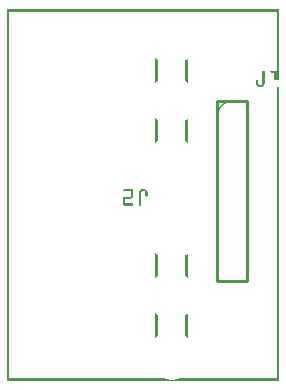
<source format=gto>
G04 MADE WITH FRITZING*
G04 WWW.FRITZING.ORG*
G04 DOUBLE SIDED*
G04 HOLES PLATED*
G04 CONTOUR ON CENTER OF CONTOUR VECTOR*
%ASAXBY*%
%FSLAX23Y23*%
%MOIN*%
%OFA0B0*%
%SFA1.0B1.0*%
%ADD10C,0.010000*%
%ADD11R,0.001000X0.001000*%
%LNSILK1*%
G90*
G70*
G54D10*
X700Y934D02*
X700Y334D01*
D02*
X700Y334D02*
X800Y334D01*
D02*
X800Y334D02*
X800Y934D01*
D02*
X800Y934D02*
X700Y934D01*
G54D11*
X0Y1238D02*
X906Y1238D01*
X0Y1237D02*
X906Y1237D01*
X0Y1236D02*
X906Y1236D01*
X0Y1235D02*
X906Y1235D01*
X0Y1234D02*
X906Y1234D01*
X0Y1233D02*
X906Y1233D01*
X0Y1232D02*
X906Y1232D01*
X0Y1231D02*
X906Y1231D01*
X0Y1230D02*
X7Y1230D01*
X899Y1230D02*
X906Y1230D01*
X0Y1229D02*
X7Y1229D01*
X899Y1229D02*
X906Y1229D01*
X0Y1228D02*
X7Y1228D01*
X899Y1228D02*
X906Y1228D01*
X0Y1227D02*
X7Y1227D01*
X899Y1227D02*
X906Y1227D01*
X0Y1226D02*
X7Y1226D01*
X899Y1226D02*
X906Y1226D01*
X0Y1225D02*
X7Y1225D01*
X899Y1225D02*
X906Y1225D01*
X0Y1224D02*
X7Y1224D01*
X899Y1224D02*
X906Y1224D01*
X0Y1223D02*
X7Y1223D01*
X899Y1223D02*
X906Y1223D01*
X0Y1222D02*
X7Y1222D01*
X899Y1222D02*
X906Y1222D01*
X0Y1221D02*
X7Y1221D01*
X899Y1221D02*
X906Y1221D01*
X0Y1220D02*
X7Y1220D01*
X899Y1220D02*
X906Y1220D01*
X0Y1219D02*
X7Y1219D01*
X899Y1219D02*
X906Y1219D01*
X0Y1218D02*
X7Y1218D01*
X899Y1218D02*
X906Y1218D01*
X0Y1217D02*
X7Y1217D01*
X899Y1217D02*
X906Y1217D01*
X0Y1216D02*
X7Y1216D01*
X899Y1216D02*
X906Y1216D01*
X0Y1215D02*
X7Y1215D01*
X899Y1215D02*
X906Y1215D01*
X0Y1214D02*
X7Y1214D01*
X899Y1214D02*
X906Y1214D01*
X0Y1213D02*
X7Y1213D01*
X899Y1213D02*
X906Y1213D01*
X0Y1212D02*
X7Y1212D01*
X899Y1212D02*
X906Y1212D01*
X0Y1211D02*
X7Y1211D01*
X899Y1211D02*
X906Y1211D01*
X0Y1210D02*
X7Y1210D01*
X899Y1210D02*
X906Y1210D01*
X0Y1209D02*
X7Y1209D01*
X899Y1209D02*
X906Y1209D01*
X0Y1208D02*
X7Y1208D01*
X899Y1208D02*
X906Y1208D01*
X0Y1207D02*
X7Y1207D01*
X899Y1207D02*
X906Y1207D01*
X0Y1206D02*
X7Y1206D01*
X899Y1206D02*
X906Y1206D01*
X0Y1205D02*
X7Y1205D01*
X899Y1205D02*
X906Y1205D01*
X0Y1204D02*
X7Y1204D01*
X899Y1204D02*
X906Y1204D01*
X0Y1203D02*
X7Y1203D01*
X899Y1203D02*
X906Y1203D01*
X0Y1202D02*
X7Y1202D01*
X899Y1202D02*
X906Y1202D01*
X0Y1201D02*
X7Y1201D01*
X899Y1201D02*
X906Y1201D01*
X0Y1200D02*
X7Y1200D01*
X899Y1200D02*
X906Y1200D01*
X0Y1199D02*
X7Y1199D01*
X899Y1199D02*
X906Y1199D01*
X0Y1198D02*
X7Y1198D01*
X899Y1198D02*
X906Y1198D01*
X0Y1197D02*
X7Y1197D01*
X899Y1197D02*
X906Y1197D01*
X0Y1196D02*
X7Y1196D01*
X899Y1196D02*
X906Y1196D01*
X0Y1195D02*
X7Y1195D01*
X899Y1195D02*
X906Y1195D01*
X0Y1194D02*
X7Y1194D01*
X899Y1194D02*
X906Y1194D01*
X0Y1193D02*
X7Y1193D01*
X899Y1193D02*
X906Y1193D01*
X0Y1192D02*
X7Y1192D01*
X899Y1192D02*
X906Y1192D01*
X0Y1191D02*
X7Y1191D01*
X899Y1191D02*
X906Y1191D01*
X0Y1190D02*
X7Y1190D01*
X899Y1190D02*
X906Y1190D01*
X0Y1189D02*
X7Y1189D01*
X899Y1189D02*
X906Y1189D01*
X0Y1188D02*
X7Y1188D01*
X899Y1188D02*
X906Y1188D01*
X0Y1187D02*
X7Y1187D01*
X899Y1187D02*
X906Y1187D01*
X0Y1186D02*
X7Y1186D01*
X899Y1186D02*
X906Y1186D01*
X0Y1185D02*
X7Y1185D01*
X899Y1185D02*
X906Y1185D01*
X0Y1184D02*
X7Y1184D01*
X899Y1184D02*
X906Y1184D01*
X0Y1183D02*
X7Y1183D01*
X899Y1183D02*
X906Y1183D01*
X0Y1182D02*
X7Y1182D01*
X899Y1182D02*
X906Y1182D01*
X0Y1181D02*
X7Y1181D01*
X899Y1181D02*
X906Y1181D01*
X0Y1180D02*
X7Y1180D01*
X899Y1180D02*
X906Y1180D01*
X0Y1179D02*
X7Y1179D01*
X899Y1179D02*
X906Y1179D01*
X0Y1178D02*
X7Y1178D01*
X899Y1178D02*
X906Y1178D01*
X0Y1177D02*
X7Y1177D01*
X899Y1177D02*
X906Y1177D01*
X0Y1176D02*
X7Y1176D01*
X899Y1176D02*
X906Y1176D01*
X0Y1175D02*
X7Y1175D01*
X899Y1175D02*
X906Y1175D01*
X0Y1174D02*
X7Y1174D01*
X899Y1174D02*
X906Y1174D01*
X0Y1173D02*
X7Y1173D01*
X899Y1173D02*
X906Y1173D01*
X0Y1172D02*
X7Y1172D01*
X899Y1172D02*
X906Y1172D01*
X0Y1171D02*
X7Y1171D01*
X899Y1171D02*
X906Y1171D01*
X0Y1170D02*
X7Y1170D01*
X899Y1170D02*
X906Y1170D01*
X0Y1169D02*
X7Y1169D01*
X899Y1169D02*
X906Y1169D01*
X0Y1168D02*
X7Y1168D01*
X899Y1168D02*
X906Y1168D01*
X0Y1167D02*
X7Y1167D01*
X899Y1167D02*
X906Y1167D01*
X0Y1166D02*
X7Y1166D01*
X899Y1166D02*
X906Y1166D01*
X0Y1165D02*
X7Y1165D01*
X899Y1165D02*
X906Y1165D01*
X0Y1164D02*
X7Y1164D01*
X899Y1164D02*
X906Y1164D01*
X0Y1163D02*
X7Y1163D01*
X899Y1163D02*
X906Y1163D01*
X0Y1162D02*
X7Y1162D01*
X899Y1162D02*
X906Y1162D01*
X0Y1161D02*
X7Y1161D01*
X899Y1161D02*
X906Y1161D01*
X0Y1160D02*
X7Y1160D01*
X899Y1160D02*
X906Y1160D01*
X0Y1159D02*
X7Y1159D01*
X899Y1159D02*
X906Y1159D01*
X0Y1158D02*
X7Y1158D01*
X899Y1158D02*
X906Y1158D01*
X0Y1157D02*
X7Y1157D01*
X899Y1157D02*
X906Y1157D01*
X0Y1156D02*
X7Y1156D01*
X899Y1156D02*
X906Y1156D01*
X0Y1155D02*
X7Y1155D01*
X899Y1155D02*
X906Y1155D01*
X0Y1154D02*
X7Y1154D01*
X899Y1154D02*
X906Y1154D01*
X0Y1153D02*
X7Y1153D01*
X899Y1153D02*
X906Y1153D01*
X0Y1152D02*
X7Y1152D01*
X899Y1152D02*
X906Y1152D01*
X0Y1151D02*
X7Y1151D01*
X899Y1151D02*
X906Y1151D01*
X0Y1150D02*
X7Y1150D01*
X899Y1150D02*
X906Y1150D01*
X0Y1149D02*
X7Y1149D01*
X899Y1149D02*
X906Y1149D01*
X0Y1148D02*
X7Y1148D01*
X899Y1148D02*
X906Y1148D01*
X0Y1147D02*
X7Y1147D01*
X899Y1147D02*
X906Y1147D01*
X0Y1146D02*
X7Y1146D01*
X899Y1146D02*
X906Y1146D01*
X0Y1145D02*
X7Y1145D01*
X899Y1145D02*
X906Y1145D01*
X0Y1144D02*
X7Y1144D01*
X899Y1144D02*
X906Y1144D01*
X0Y1143D02*
X7Y1143D01*
X899Y1143D02*
X906Y1143D01*
X0Y1142D02*
X7Y1142D01*
X899Y1142D02*
X906Y1142D01*
X0Y1141D02*
X7Y1141D01*
X899Y1141D02*
X906Y1141D01*
X0Y1140D02*
X7Y1140D01*
X899Y1140D02*
X906Y1140D01*
X0Y1139D02*
X7Y1139D01*
X899Y1139D02*
X906Y1139D01*
X0Y1138D02*
X7Y1138D01*
X899Y1138D02*
X906Y1138D01*
X0Y1137D02*
X7Y1137D01*
X899Y1137D02*
X906Y1137D01*
X0Y1136D02*
X7Y1136D01*
X899Y1136D02*
X906Y1136D01*
X0Y1135D02*
X7Y1135D01*
X899Y1135D02*
X906Y1135D01*
X0Y1134D02*
X7Y1134D01*
X899Y1134D02*
X906Y1134D01*
X0Y1133D02*
X7Y1133D01*
X899Y1133D02*
X906Y1133D01*
X0Y1132D02*
X7Y1132D01*
X899Y1132D02*
X906Y1132D01*
X0Y1131D02*
X7Y1131D01*
X899Y1131D02*
X906Y1131D01*
X0Y1130D02*
X7Y1130D01*
X899Y1130D02*
X906Y1130D01*
X0Y1129D02*
X7Y1129D01*
X899Y1129D02*
X906Y1129D01*
X0Y1128D02*
X7Y1128D01*
X899Y1128D02*
X906Y1128D01*
X0Y1127D02*
X7Y1127D01*
X899Y1127D02*
X906Y1127D01*
X0Y1126D02*
X7Y1126D01*
X899Y1126D02*
X906Y1126D01*
X0Y1125D02*
X7Y1125D01*
X899Y1125D02*
X906Y1125D01*
X0Y1124D02*
X7Y1124D01*
X899Y1124D02*
X906Y1124D01*
X0Y1123D02*
X7Y1123D01*
X899Y1123D02*
X906Y1123D01*
X0Y1122D02*
X7Y1122D01*
X899Y1122D02*
X906Y1122D01*
X0Y1121D02*
X7Y1121D01*
X899Y1121D02*
X906Y1121D01*
X0Y1120D02*
X7Y1120D01*
X899Y1120D02*
X906Y1120D01*
X0Y1119D02*
X7Y1119D01*
X899Y1119D02*
X906Y1119D01*
X0Y1118D02*
X7Y1118D01*
X899Y1118D02*
X906Y1118D01*
X0Y1117D02*
X7Y1117D01*
X899Y1117D02*
X906Y1117D01*
X0Y1116D02*
X7Y1116D01*
X899Y1116D02*
X906Y1116D01*
X0Y1115D02*
X7Y1115D01*
X899Y1115D02*
X906Y1115D01*
X0Y1114D02*
X7Y1114D01*
X899Y1114D02*
X906Y1114D01*
X0Y1113D02*
X7Y1113D01*
X899Y1113D02*
X906Y1113D01*
X0Y1112D02*
X7Y1112D01*
X899Y1112D02*
X906Y1112D01*
X0Y1111D02*
X7Y1111D01*
X899Y1111D02*
X906Y1111D01*
X0Y1110D02*
X7Y1110D01*
X899Y1110D02*
X906Y1110D01*
X0Y1109D02*
X7Y1109D01*
X899Y1109D02*
X906Y1109D01*
X0Y1108D02*
X7Y1108D01*
X899Y1108D02*
X906Y1108D01*
X0Y1107D02*
X7Y1107D01*
X899Y1107D02*
X906Y1107D01*
X0Y1106D02*
X7Y1106D01*
X899Y1106D02*
X906Y1106D01*
X0Y1105D02*
X7Y1105D01*
X899Y1105D02*
X906Y1105D01*
X0Y1104D02*
X7Y1104D01*
X899Y1104D02*
X906Y1104D01*
X0Y1103D02*
X7Y1103D01*
X899Y1103D02*
X906Y1103D01*
X0Y1102D02*
X7Y1102D01*
X899Y1102D02*
X906Y1102D01*
X0Y1101D02*
X7Y1101D01*
X899Y1101D02*
X906Y1101D01*
X0Y1100D02*
X7Y1100D01*
X899Y1100D02*
X906Y1100D01*
X0Y1099D02*
X7Y1099D01*
X899Y1099D02*
X906Y1099D01*
X0Y1098D02*
X7Y1098D01*
X899Y1098D02*
X906Y1098D01*
X0Y1097D02*
X7Y1097D01*
X899Y1097D02*
X906Y1097D01*
X0Y1096D02*
X7Y1096D01*
X899Y1096D02*
X906Y1096D01*
X0Y1095D02*
X7Y1095D01*
X899Y1095D02*
X906Y1095D01*
X0Y1094D02*
X7Y1094D01*
X899Y1094D02*
X906Y1094D01*
X0Y1093D02*
X7Y1093D01*
X899Y1093D02*
X906Y1093D01*
X0Y1092D02*
X7Y1092D01*
X899Y1092D02*
X906Y1092D01*
X0Y1091D02*
X7Y1091D01*
X899Y1091D02*
X906Y1091D01*
X0Y1090D02*
X7Y1090D01*
X899Y1090D02*
X906Y1090D01*
X0Y1089D02*
X7Y1089D01*
X899Y1089D02*
X906Y1089D01*
X0Y1088D02*
X7Y1088D01*
X899Y1088D02*
X906Y1088D01*
X0Y1087D02*
X7Y1087D01*
X899Y1087D02*
X906Y1087D01*
X0Y1086D02*
X7Y1086D01*
X899Y1086D02*
X906Y1086D01*
X0Y1085D02*
X7Y1085D01*
X899Y1085D02*
X906Y1085D01*
X0Y1084D02*
X7Y1084D01*
X899Y1084D02*
X906Y1084D01*
X0Y1083D02*
X7Y1083D01*
X899Y1083D02*
X906Y1083D01*
X0Y1082D02*
X7Y1082D01*
X899Y1082D02*
X906Y1082D01*
X0Y1081D02*
X7Y1081D01*
X899Y1081D02*
X906Y1081D01*
X0Y1080D02*
X7Y1080D01*
X899Y1080D02*
X906Y1080D01*
X0Y1079D02*
X7Y1079D01*
X899Y1079D02*
X906Y1079D01*
X0Y1078D02*
X7Y1078D01*
X899Y1078D02*
X906Y1078D01*
X0Y1077D02*
X7Y1077D01*
X899Y1077D02*
X906Y1077D01*
X0Y1076D02*
X7Y1076D01*
X899Y1076D02*
X906Y1076D01*
X0Y1075D02*
X7Y1075D01*
X495Y1075D02*
X495Y1075D01*
X604Y1075D02*
X604Y1075D01*
X899Y1075D02*
X906Y1075D01*
X0Y1074D02*
X7Y1074D01*
X495Y1074D02*
X496Y1074D01*
X602Y1074D02*
X604Y1074D01*
X899Y1074D02*
X906Y1074D01*
X0Y1073D02*
X7Y1073D01*
X495Y1073D02*
X497Y1073D01*
X601Y1073D02*
X604Y1073D01*
X899Y1073D02*
X906Y1073D01*
X0Y1072D02*
X7Y1072D01*
X495Y1072D02*
X499Y1072D01*
X600Y1072D02*
X604Y1072D01*
X899Y1072D02*
X906Y1072D01*
X0Y1071D02*
X7Y1071D01*
X495Y1071D02*
X500Y1071D01*
X599Y1071D02*
X604Y1071D01*
X899Y1071D02*
X906Y1071D01*
X0Y1070D02*
X7Y1070D01*
X495Y1070D02*
X501Y1070D01*
X597Y1070D02*
X604Y1070D01*
X899Y1070D02*
X906Y1070D01*
X0Y1069D02*
X7Y1069D01*
X495Y1069D02*
X503Y1069D01*
X596Y1069D02*
X604Y1069D01*
X899Y1069D02*
X906Y1069D01*
X0Y1068D02*
X7Y1068D01*
X495Y1068D02*
X504Y1068D01*
X595Y1068D02*
X604Y1068D01*
X899Y1068D02*
X906Y1068D01*
X0Y1067D02*
X7Y1067D01*
X495Y1067D02*
X504Y1067D01*
X595Y1067D02*
X604Y1067D01*
X899Y1067D02*
X906Y1067D01*
X0Y1066D02*
X7Y1066D01*
X495Y1066D02*
X504Y1066D01*
X595Y1066D02*
X604Y1066D01*
X899Y1066D02*
X906Y1066D01*
X0Y1065D02*
X7Y1065D01*
X495Y1065D02*
X504Y1065D01*
X595Y1065D02*
X604Y1065D01*
X899Y1065D02*
X906Y1065D01*
X0Y1064D02*
X7Y1064D01*
X495Y1064D02*
X504Y1064D01*
X595Y1064D02*
X604Y1064D01*
X899Y1064D02*
X906Y1064D01*
X0Y1063D02*
X7Y1063D01*
X495Y1063D02*
X504Y1063D01*
X595Y1063D02*
X604Y1063D01*
X899Y1063D02*
X906Y1063D01*
X0Y1062D02*
X7Y1062D01*
X495Y1062D02*
X504Y1062D01*
X595Y1062D02*
X604Y1062D01*
X899Y1062D02*
X906Y1062D01*
X0Y1061D02*
X7Y1061D01*
X495Y1061D02*
X504Y1061D01*
X595Y1061D02*
X604Y1061D01*
X899Y1061D02*
X906Y1061D01*
X0Y1060D02*
X7Y1060D01*
X495Y1060D02*
X504Y1060D01*
X595Y1060D02*
X604Y1060D01*
X899Y1060D02*
X906Y1060D01*
X0Y1059D02*
X7Y1059D01*
X495Y1059D02*
X504Y1059D01*
X595Y1059D02*
X604Y1059D01*
X899Y1059D02*
X906Y1059D01*
X0Y1058D02*
X7Y1058D01*
X495Y1058D02*
X504Y1058D01*
X595Y1058D02*
X604Y1058D01*
X899Y1058D02*
X906Y1058D01*
X0Y1057D02*
X7Y1057D01*
X495Y1057D02*
X504Y1057D01*
X595Y1057D02*
X604Y1057D01*
X899Y1057D02*
X906Y1057D01*
X0Y1056D02*
X7Y1056D01*
X495Y1056D02*
X504Y1056D01*
X595Y1056D02*
X604Y1056D01*
X899Y1056D02*
X906Y1056D01*
X0Y1055D02*
X7Y1055D01*
X495Y1055D02*
X504Y1055D01*
X595Y1055D02*
X604Y1055D01*
X899Y1055D02*
X906Y1055D01*
X0Y1054D02*
X7Y1054D01*
X495Y1054D02*
X504Y1054D01*
X595Y1054D02*
X604Y1054D01*
X899Y1054D02*
X906Y1054D01*
X0Y1053D02*
X7Y1053D01*
X495Y1053D02*
X504Y1053D01*
X595Y1053D02*
X604Y1053D01*
X899Y1053D02*
X906Y1053D01*
X0Y1052D02*
X7Y1052D01*
X495Y1052D02*
X504Y1052D01*
X595Y1052D02*
X604Y1052D01*
X899Y1052D02*
X906Y1052D01*
X0Y1051D02*
X7Y1051D01*
X495Y1051D02*
X504Y1051D01*
X595Y1051D02*
X604Y1051D01*
X899Y1051D02*
X906Y1051D01*
X0Y1050D02*
X7Y1050D01*
X495Y1050D02*
X504Y1050D01*
X595Y1050D02*
X604Y1050D01*
X899Y1050D02*
X906Y1050D01*
X0Y1049D02*
X7Y1049D01*
X495Y1049D02*
X504Y1049D01*
X595Y1049D02*
X604Y1049D01*
X899Y1049D02*
X906Y1049D01*
X0Y1048D02*
X7Y1048D01*
X495Y1048D02*
X504Y1048D01*
X595Y1048D02*
X604Y1048D01*
X899Y1048D02*
X906Y1048D01*
X0Y1047D02*
X7Y1047D01*
X495Y1047D02*
X504Y1047D01*
X595Y1047D02*
X604Y1047D01*
X899Y1047D02*
X906Y1047D01*
X0Y1046D02*
X7Y1046D01*
X495Y1046D02*
X504Y1046D01*
X595Y1046D02*
X604Y1046D01*
X899Y1046D02*
X906Y1046D01*
X0Y1045D02*
X7Y1045D01*
X495Y1045D02*
X504Y1045D01*
X595Y1045D02*
X604Y1045D01*
X899Y1045D02*
X906Y1045D01*
X0Y1044D02*
X7Y1044D01*
X495Y1044D02*
X504Y1044D01*
X595Y1044D02*
X604Y1044D01*
X899Y1044D02*
X906Y1044D01*
X0Y1043D02*
X7Y1043D01*
X495Y1043D02*
X504Y1043D01*
X595Y1043D02*
X604Y1043D01*
X899Y1043D02*
X906Y1043D01*
X0Y1042D02*
X7Y1042D01*
X495Y1042D02*
X504Y1042D01*
X595Y1042D02*
X604Y1042D01*
X899Y1042D02*
X906Y1042D01*
X0Y1041D02*
X7Y1041D01*
X495Y1041D02*
X504Y1041D01*
X595Y1041D02*
X604Y1041D01*
X899Y1041D02*
X906Y1041D01*
X0Y1040D02*
X7Y1040D01*
X495Y1040D02*
X504Y1040D01*
X595Y1040D02*
X604Y1040D01*
X899Y1040D02*
X906Y1040D01*
X0Y1039D02*
X7Y1039D01*
X495Y1039D02*
X504Y1039D01*
X595Y1039D02*
X604Y1039D01*
X899Y1039D02*
X906Y1039D01*
X0Y1038D02*
X7Y1038D01*
X495Y1038D02*
X504Y1038D01*
X595Y1038D02*
X604Y1038D01*
X899Y1038D02*
X906Y1038D01*
X0Y1037D02*
X7Y1037D01*
X495Y1037D02*
X504Y1037D01*
X595Y1037D02*
X604Y1037D01*
X899Y1037D02*
X906Y1037D01*
X0Y1036D02*
X7Y1036D01*
X495Y1036D02*
X504Y1036D01*
X595Y1036D02*
X604Y1036D01*
X899Y1036D02*
X906Y1036D01*
X0Y1035D02*
X7Y1035D01*
X495Y1035D02*
X504Y1035D01*
X595Y1035D02*
X604Y1035D01*
X899Y1035D02*
X906Y1035D01*
X0Y1034D02*
X7Y1034D01*
X495Y1034D02*
X504Y1034D01*
X595Y1034D02*
X604Y1034D01*
X899Y1034D02*
X906Y1034D01*
X0Y1033D02*
X7Y1033D01*
X495Y1033D02*
X504Y1033D01*
X595Y1033D02*
X604Y1033D01*
X853Y1033D02*
X857Y1033D01*
X879Y1033D02*
X906Y1033D01*
X0Y1032D02*
X7Y1032D01*
X495Y1032D02*
X504Y1032D01*
X595Y1032D02*
X604Y1032D01*
X852Y1032D02*
X857Y1032D01*
X878Y1032D02*
X906Y1032D01*
X0Y1031D02*
X7Y1031D01*
X495Y1031D02*
X504Y1031D01*
X595Y1031D02*
X604Y1031D01*
X852Y1031D02*
X858Y1031D01*
X878Y1031D02*
X906Y1031D01*
X0Y1030D02*
X7Y1030D01*
X495Y1030D02*
X504Y1030D01*
X595Y1030D02*
X604Y1030D01*
X852Y1030D02*
X858Y1030D01*
X878Y1030D02*
X906Y1030D01*
X0Y1029D02*
X7Y1029D01*
X495Y1029D02*
X504Y1029D01*
X595Y1029D02*
X604Y1029D01*
X852Y1029D02*
X858Y1029D01*
X878Y1029D02*
X906Y1029D01*
X0Y1028D02*
X7Y1028D01*
X495Y1028D02*
X504Y1028D01*
X595Y1028D02*
X604Y1028D01*
X852Y1028D02*
X858Y1028D01*
X879Y1028D02*
X906Y1028D01*
X0Y1027D02*
X7Y1027D01*
X495Y1027D02*
X504Y1027D01*
X595Y1027D02*
X604Y1027D01*
X852Y1027D02*
X858Y1027D01*
X881Y1027D02*
X906Y1027D01*
X0Y1026D02*
X7Y1026D01*
X495Y1026D02*
X504Y1026D01*
X595Y1026D02*
X604Y1026D01*
X852Y1026D02*
X858Y1026D01*
X892Y1026D02*
X906Y1026D01*
X0Y1025D02*
X7Y1025D01*
X495Y1025D02*
X504Y1025D01*
X595Y1025D02*
X604Y1025D01*
X852Y1025D02*
X858Y1025D01*
X892Y1025D02*
X906Y1025D01*
X0Y1024D02*
X7Y1024D01*
X495Y1024D02*
X504Y1024D01*
X595Y1024D02*
X604Y1024D01*
X852Y1024D02*
X858Y1024D01*
X892Y1024D02*
X906Y1024D01*
X0Y1023D02*
X7Y1023D01*
X495Y1023D02*
X504Y1023D01*
X595Y1023D02*
X604Y1023D01*
X852Y1023D02*
X858Y1023D01*
X892Y1023D02*
X906Y1023D01*
X0Y1022D02*
X7Y1022D01*
X495Y1022D02*
X504Y1022D01*
X595Y1022D02*
X604Y1022D01*
X852Y1022D02*
X858Y1022D01*
X892Y1022D02*
X906Y1022D01*
X0Y1021D02*
X7Y1021D01*
X495Y1021D02*
X504Y1021D01*
X595Y1021D02*
X604Y1021D01*
X852Y1021D02*
X858Y1021D01*
X892Y1021D02*
X906Y1021D01*
X0Y1020D02*
X7Y1020D01*
X495Y1020D02*
X504Y1020D01*
X595Y1020D02*
X604Y1020D01*
X852Y1020D02*
X858Y1020D01*
X892Y1020D02*
X906Y1020D01*
X0Y1019D02*
X7Y1019D01*
X495Y1019D02*
X504Y1019D01*
X595Y1019D02*
X604Y1019D01*
X852Y1019D02*
X858Y1019D01*
X892Y1019D02*
X906Y1019D01*
X0Y1018D02*
X7Y1018D01*
X495Y1018D02*
X504Y1018D01*
X595Y1018D02*
X604Y1018D01*
X852Y1018D02*
X858Y1018D01*
X892Y1018D02*
X906Y1018D01*
X0Y1017D02*
X7Y1017D01*
X495Y1017D02*
X504Y1017D01*
X595Y1017D02*
X604Y1017D01*
X852Y1017D02*
X858Y1017D01*
X892Y1017D02*
X906Y1017D01*
X0Y1016D02*
X7Y1016D01*
X495Y1016D02*
X504Y1016D01*
X595Y1016D02*
X604Y1016D01*
X852Y1016D02*
X858Y1016D01*
X892Y1016D02*
X906Y1016D01*
X0Y1015D02*
X7Y1015D01*
X495Y1015D02*
X504Y1015D01*
X595Y1015D02*
X604Y1015D01*
X852Y1015D02*
X858Y1015D01*
X892Y1015D02*
X906Y1015D01*
X0Y1014D02*
X7Y1014D01*
X495Y1014D02*
X504Y1014D01*
X595Y1014D02*
X604Y1014D01*
X852Y1014D02*
X858Y1014D01*
X892Y1014D02*
X906Y1014D01*
X0Y1013D02*
X7Y1013D01*
X495Y1013D02*
X504Y1013D01*
X595Y1013D02*
X604Y1013D01*
X852Y1013D02*
X858Y1013D01*
X892Y1013D02*
X906Y1013D01*
X0Y1012D02*
X7Y1012D01*
X495Y1012D02*
X504Y1012D01*
X595Y1012D02*
X604Y1012D01*
X852Y1012D02*
X858Y1012D01*
X892Y1012D02*
X906Y1012D01*
X0Y1011D02*
X7Y1011D01*
X495Y1011D02*
X504Y1011D01*
X595Y1011D02*
X604Y1011D01*
X852Y1011D02*
X858Y1011D01*
X892Y1011D02*
X906Y1011D01*
X0Y1010D02*
X7Y1010D01*
X495Y1010D02*
X504Y1010D01*
X595Y1010D02*
X604Y1010D01*
X852Y1010D02*
X858Y1010D01*
X892Y1010D02*
X906Y1010D01*
X0Y1009D02*
X7Y1009D01*
X495Y1009D02*
X504Y1009D01*
X595Y1009D02*
X604Y1009D01*
X852Y1009D02*
X858Y1009D01*
X892Y1009D02*
X906Y1009D01*
X0Y1008D02*
X7Y1008D01*
X495Y1008D02*
X504Y1008D01*
X595Y1008D02*
X604Y1008D01*
X852Y1008D02*
X858Y1008D01*
X892Y1008D02*
X906Y1008D01*
X0Y1007D02*
X7Y1007D01*
X495Y1007D02*
X504Y1007D01*
X595Y1007D02*
X604Y1007D01*
X852Y1007D02*
X858Y1007D01*
X892Y1007D02*
X906Y1007D01*
X0Y1006D02*
X7Y1006D01*
X495Y1006D02*
X504Y1006D01*
X595Y1006D02*
X604Y1006D01*
X852Y1006D02*
X858Y1006D01*
X892Y1006D02*
X906Y1006D01*
X0Y1005D02*
X7Y1005D01*
X495Y1005D02*
X504Y1005D01*
X595Y1005D02*
X604Y1005D01*
X852Y1005D02*
X858Y1005D01*
X892Y1005D02*
X906Y1005D01*
X0Y1004D02*
X7Y1004D01*
X495Y1004D02*
X504Y1004D01*
X595Y1004D02*
X604Y1004D01*
X833Y1004D02*
X835Y1004D01*
X852Y1004D02*
X858Y1004D01*
X0Y1003D02*
X7Y1003D01*
X495Y1003D02*
X504Y1003D01*
X595Y1003D02*
X604Y1003D01*
X832Y1003D02*
X836Y1003D01*
X852Y1003D02*
X858Y1003D01*
X0Y1002D02*
X7Y1002D01*
X495Y1002D02*
X504Y1002D01*
X595Y1002D02*
X604Y1002D01*
X831Y1002D02*
X837Y1002D01*
X852Y1002D02*
X858Y1002D01*
X0Y1001D02*
X7Y1001D01*
X495Y1001D02*
X504Y1001D01*
X595Y1001D02*
X604Y1001D01*
X831Y1001D02*
X837Y1001D01*
X852Y1001D02*
X858Y1001D01*
X0Y1000D02*
X7Y1000D01*
X495Y1000D02*
X504Y1000D01*
X595Y1000D02*
X604Y1000D01*
X831Y1000D02*
X837Y1000D01*
X852Y1000D02*
X858Y1000D01*
X0Y999D02*
X7Y999D01*
X495Y999D02*
X502Y999D01*
X596Y999D02*
X604Y999D01*
X831Y999D02*
X837Y999D01*
X852Y999D02*
X858Y999D01*
X0Y998D02*
X7Y998D01*
X495Y998D02*
X501Y998D01*
X598Y998D02*
X604Y998D01*
X831Y998D02*
X837Y998D01*
X852Y998D02*
X858Y998D01*
X0Y997D02*
X7Y997D01*
X495Y997D02*
X500Y997D01*
X599Y997D02*
X604Y997D01*
X831Y997D02*
X837Y997D01*
X852Y997D02*
X858Y997D01*
X0Y996D02*
X7Y996D01*
X495Y996D02*
X498Y996D01*
X600Y996D02*
X604Y996D01*
X831Y996D02*
X837Y996D01*
X852Y996D02*
X858Y996D01*
X0Y995D02*
X7Y995D01*
X495Y995D02*
X497Y995D01*
X602Y995D02*
X604Y995D01*
X831Y995D02*
X837Y995D01*
X852Y995D02*
X858Y995D01*
X0Y994D02*
X7Y994D01*
X495Y994D02*
X496Y994D01*
X603Y994D02*
X604Y994D01*
X831Y994D02*
X837Y994D01*
X852Y994D02*
X858Y994D01*
X0Y993D02*
X7Y993D01*
X495Y993D02*
X495Y993D01*
X604Y993D02*
X604Y993D01*
X831Y993D02*
X837Y993D01*
X852Y993D02*
X858Y993D01*
X0Y992D02*
X7Y992D01*
X831Y992D02*
X837Y992D01*
X852Y992D02*
X858Y992D01*
X0Y991D02*
X7Y991D01*
X831Y991D02*
X837Y991D01*
X852Y991D02*
X858Y991D01*
X0Y990D02*
X7Y990D01*
X831Y990D02*
X837Y990D01*
X852Y990D02*
X858Y990D01*
X0Y989D02*
X7Y989D01*
X831Y989D02*
X837Y989D01*
X851Y989D02*
X858Y989D01*
X0Y988D02*
X7Y988D01*
X831Y988D02*
X838Y988D01*
X851Y988D02*
X857Y988D01*
X0Y987D02*
X7Y987D01*
X832Y987D02*
X840Y987D01*
X849Y987D02*
X857Y987D01*
X0Y986D02*
X7Y986D01*
X832Y986D02*
X857Y986D01*
X0Y985D02*
X7Y985D01*
X833Y985D02*
X856Y985D01*
X0Y984D02*
X7Y984D01*
X833Y984D02*
X856Y984D01*
X0Y983D02*
X7Y983D01*
X834Y983D02*
X855Y983D01*
X0Y982D02*
X7Y982D01*
X835Y982D02*
X854Y982D01*
X0Y981D02*
X7Y981D01*
X837Y981D02*
X852Y981D01*
X0Y980D02*
X7Y980D01*
X840Y980D02*
X849Y980D01*
X0Y979D02*
X7Y979D01*
X899Y979D02*
X906Y979D01*
X0Y978D02*
X7Y978D01*
X899Y978D02*
X906Y978D01*
X0Y977D02*
X7Y977D01*
X899Y977D02*
X906Y977D01*
X0Y976D02*
X7Y976D01*
X899Y976D02*
X906Y976D01*
X0Y975D02*
X7Y975D01*
X899Y975D02*
X906Y975D01*
X0Y974D02*
X7Y974D01*
X899Y974D02*
X906Y974D01*
X0Y973D02*
X7Y973D01*
X899Y973D02*
X906Y973D01*
X0Y972D02*
X7Y972D01*
X899Y972D02*
X906Y972D01*
X0Y971D02*
X7Y971D01*
X899Y971D02*
X906Y971D01*
X0Y970D02*
X7Y970D01*
X899Y970D02*
X906Y970D01*
X0Y969D02*
X7Y969D01*
X899Y969D02*
X906Y969D01*
X0Y968D02*
X7Y968D01*
X899Y968D02*
X906Y968D01*
X0Y967D02*
X7Y967D01*
X899Y967D02*
X906Y967D01*
X0Y966D02*
X7Y966D01*
X899Y966D02*
X906Y966D01*
X0Y965D02*
X7Y965D01*
X899Y965D02*
X906Y965D01*
X0Y964D02*
X7Y964D01*
X899Y964D02*
X906Y964D01*
X0Y963D02*
X7Y963D01*
X899Y963D02*
X906Y963D01*
X0Y962D02*
X7Y962D01*
X899Y962D02*
X906Y962D01*
X0Y961D02*
X7Y961D01*
X899Y961D02*
X906Y961D01*
X0Y960D02*
X7Y960D01*
X899Y960D02*
X906Y960D01*
X0Y959D02*
X7Y959D01*
X899Y959D02*
X906Y959D01*
X0Y958D02*
X7Y958D01*
X899Y958D02*
X906Y958D01*
X0Y957D02*
X7Y957D01*
X899Y957D02*
X906Y957D01*
X0Y956D02*
X7Y956D01*
X899Y956D02*
X906Y956D01*
X0Y955D02*
X7Y955D01*
X899Y955D02*
X906Y955D01*
X0Y954D02*
X7Y954D01*
X899Y954D02*
X906Y954D01*
X0Y953D02*
X7Y953D01*
X899Y953D02*
X906Y953D01*
X0Y952D02*
X7Y952D01*
X899Y952D02*
X906Y952D01*
X0Y951D02*
X7Y951D01*
X899Y951D02*
X906Y951D01*
X0Y950D02*
X7Y950D01*
X899Y950D02*
X906Y950D01*
X0Y949D02*
X7Y949D01*
X899Y949D02*
X906Y949D01*
X0Y948D02*
X7Y948D01*
X899Y948D02*
X906Y948D01*
X0Y947D02*
X7Y947D01*
X899Y947D02*
X906Y947D01*
X0Y946D02*
X7Y946D01*
X899Y946D02*
X906Y946D01*
X0Y945D02*
X7Y945D01*
X899Y945D02*
X906Y945D01*
X0Y944D02*
X7Y944D01*
X899Y944D02*
X906Y944D01*
X0Y943D02*
X7Y943D01*
X899Y943D02*
X906Y943D01*
X0Y942D02*
X7Y942D01*
X899Y942D02*
X906Y942D01*
X0Y941D02*
X7Y941D01*
X899Y941D02*
X906Y941D01*
X0Y940D02*
X7Y940D01*
X899Y940D02*
X906Y940D01*
X0Y939D02*
X7Y939D01*
X899Y939D02*
X906Y939D01*
X0Y938D02*
X7Y938D01*
X899Y938D02*
X906Y938D01*
X0Y937D02*
X7Y937D01*
X899Y937D02*
X906Y937D01*
X0Y936D02*
X7Y936D01*
X899Y936D02*
X906Y936D01*
X0Y935D02*
X7Y935D01*
X732Y935D02*
X733Y935D01*
X899Y935D02*
X906Y935D01*
X0Y934D02*
X7Y934D01*
X731Y934D02*
X734Y934D01*
X899Y934D02*
X906Y934D01*
X0Y933D02*
X7Y933D01*
X730Y933D02*
X735Y933D01*
X899Y933D02*
X906Y933D01*
X0Y932D02*
X7Y932D01*
X729Y932D02*
X735Y932D01*
X899Y932D02*
X906Y932D01*
X0Y931D02*
X7Y931D01*
X728Y931D02*
X734Y931D01*
X899Y931D02*
X906Y931D01*
X0Y930D02*
X7Y930D01*
X727Y930D02*
X733Y930D01*
X899Y930D02*
X906Y930D01*
X0Y929D02*
X7Y929D01*
X726Y929D02*
X732Y929D01*
X899Y929D02*
X906Y929D01*
X0Y928D02*
X7Y928D01*
X725Y928D02*
X731Y928D01*
X899Y928D02*
X906Y928D01*
X0Y927D02*
X7Y927D01*
X724Y927D02*
X730Y927D01*
X899Y927D02*
X906Y927D01*
X0Y926D02*
X7Y926D01*
X723Y926D02*
X729Y926D01*
X899Y926D02*
X906Y926D01*
X0Y925D02*
X7Y925D01*
X722Y925D02*
X728Y925D01*
X899Y925D02*
X906Y925D01*
X0Y924D02*
X7Y924D01*
X721Y924D02*
X727Y924D01*
X899Y924D02*
X906Y924D01*
X0Y923D02*
X7Y923D01*
X720Y923D02*
X726Y923D01*
X899Y923D02*
X906Y923D01*
X0Y922D02*
X7Y922D01*
X719Y922D02*
X725Y922D01*
X899Y922D02*
X906Y922D01*
X0Y921D02*
X7Y921D01*
X718Y921D02*
X724Y921D01*
X899Y921D02*
X906Y921D01*
X0Y920D02*
X7Y920D01*
X717Y920D02*
X723Y920D01*
X899Y920D02*
X906Y920D01*
X0Y919D02*
X7Y919D01*
X716Y919D02*
X722Y919D01*
X899Y919D02*
X906Y919D01*
X0Y918D02*
X7Y918D01*
X715Y918D02*
X721Y918D01*
X899Y918D02*
X906Y918D01*
X0Y917D02*
X7Y917D01*
X714Y917D02*
X720Y917D01*
X899Y917D02*
X906Y917D01*
X0Y916D02*
X7Y916D01*
X713Y916D02*
X719Y916D01*
X899Y916D02*
X906Y916D01*
X0Y915D02*
X7Y915D01*
X712Y915D02*
X717Y915D01*
X899Y915D02*
X906Y915D01*
X0Y914D02*
X7Y914D01*
X711Y914D02*
X717Y914D01*
X899Y914D02*
X906Y914D01*
X0Y913D02*
X7Y913D01*
X710Y913D02*
X716Y913D01*
X899Y913D02*
X906Y913D01*
X0Y912D02*
X7Y912D01*
X709Y912D02*
X715Y912D01*
X899Y912D02*
X906Y912D01*
X0Y911D02*
X7Y911D01*
X708Y911D02*
X714Y911D01*
X899Y911D02*
X906Y911D01*
X0Y910D02*
X7Y910D01*
X707Y910D02*
X713Y910D01*
X899Y910D02*
X906Y910D01*
X0Y909D02*
X7Y909D01*
X706Y909D02*
X712Y909D01*
X899Y909D02*
X906Y909D01*
X0Y908D02*
X7Y908D01*
X705Y908D02*
X711Y908D01*
X899Y908D02*
X906Y908D01*
X0Y907D02*
X7Y907D01*
X704Y907D02*
X710Y907D01*
X899Y907D02*
X906Y907D01*
X0Y906D02*
X7Y906D01*
X703Y906D02*
X709Y906D01*
X899Y906D02*
X906Y906D01*
X0Y905D02*
X7Y905D01*
X702Y905D02*
X708Y905D01*
X899Y905D02*
X906Y905D01*
X0Y904D02*
X7Y904D01*
X701Y904D02*
X707Y904D01*
X899Y904D02*
X906Y904D01*
X0Y903D02*
X7Y903D01*
X700Y903D02*
X706Y903D01*
X899Y903D02*
X906Y903D01*
X0Y902D02*
X7Y902D01*
X699Y902D02*
X705Y902D01*
X899Y902D02*
X906Y902D01*
X0Y901D02*
X7Y901D01*
X698Y901D02*
X704Y901D01*
X899Y901D02*
X906Y901D01*
X0Y900D02*
X7Y900D01*
X699Y900D02*
X703Y900D01*
X899Y900D02*
X906Y900D01*
X0Y899D02*
X7Y899D01*
X700Y899D02*
X702Y899D01*
X899Y899D02*
X906Y899D01*
X0Y898D02*
X7Y898D01*
X701Y898D02*
X701Y898D01*
X899Y898D02*
X906Y898D01*
X0Y897D02*
X7Y897D01*
X899Y897D02*
X906Y897D01*
X0Y896D02*
X7Y896D01*
X899Y896D02*
X906Y896D01*
X0Y895D02*
X7Y895D01*
X899Y895D02*
X906Y895D01*
X0Y894D02*
X7Y894D01*
X899Y894D02*
X906Y894D01*
X0Y893D02*
X7Y893D01*
X899Y893D02*
X906Y893D01*
X0Y892D02*
X7Y892D01*
X899Y892D02*
X906Y892D01*
X0Y891D02*
X7Y891D01*
X899Y891D02*
X906Y891D01*
X0Y890D02*
X7Y890D01*
X899Y890D02*
X906Y890D01*
X0Y889D02*
X7Y889D01*
X899Y889D02*
X906Y889D01*
X0Y888D02*
X7Y888D01*
X899Y888D02*
X906Y888D01*
X0Y887D02*
X7Y887D01*
X899Y887D02*
X906Y887D01*
X0Y886D02*
X7Y886D01*
X899Y886D02*
X906Y886D01*
X0Y885D02*
X7Y885D01*
X899Y885D02*
X906Y885D01*
X0Y884D02*
X7Y884D01*
X899Y884D02*
X906Y884D01*
X0Y883D02*
X7Y883D01*
X899Y883D02*
X906Y883D01*
X0Y882D02*
X7Y882D01*
X899Y882D02*
X906Y882D01*
X0Y881D02*
X7Y881D01*
X899Y881D02*
X906Y881D01*
X0Y880D02*
X7Y880D01*
X899Y880D02*
X906Y880D01*
X0Y879D02*
X7Y879D01*
X899Y879D02*
X906Y879D01*
X0Y878D02*
X7Y878D01*
X899Y878D02*
X906Y878D01*
X0Y877D02*
X7Y877D01*
X899Y877D02*
X906Y877D01*
X0Y876D02*
X7Y876D01*
X899Y876D02*
X906Y876D01*
X0Y875D02*
X7Y875D01*
X495Y875D02*
X495Y875D01*
X604Y875D02*
X604Y875D01*
X899Y875D02*
X906Y875D01*
X0Y874D02*
X7Y874D01*
X495Y874D02*
X496Y874D01*
X602Y874D02*
X604Y874D01*
X899Y874D02*
X906Y874D01*
X0Y873D02*
X7Y873D01*
X495Y873D02*
X497Y873D01*
X601Y873D02*
X604Y873D01*
X899Y873D02*
X906Y873D01*
X0Y872D02*
X7Y872D01*
X495Y872D02*
X499Y872D01*
X600Y872D02*
X604Y872D01*
X899Y872D02*
X906Y872D01*
X0Y871D02*
X7Y871D01*
X495Y871D02*
X500Y871D01*
X599Y871D02*
X604Y871D01*
X899Y871D02*
X906Y871D01*
X0Y870D02*
X7Y870D01*
X495Y870D02*
X501Y870D01*
X597Y870D02*
X604Y870D01*
X899Y870D02*
X906Y870D01*
X0Y869D02*
X7Y869D01*
X495Y869D02*
X503Y869D01*
X596Y869D02*
X604Y869D01*
X899Y869D02*
X906Y869D01*
X0Y868D02*
X7Y868D01*
X495Y868D02*
X504Y868D01*
X595Y868D02*
X604Y868D01*
X899Y868D02*
X906Y868D01*
X0Y867D02*
X7Y867D01*
X495Y867D02*
X504Y867D01*
X595Y867D02*
X604Y867D01*
X899Y867D02*
X906Y867D01*
X0Y866D02*
X7Y866D01*
X495Y866D02*
X504Y866D01*
X595Y866D02*
X604Y866D01*
X899Y866D02*
X906Y866D01*
X0Y865D02*
X7Y865D01*
X495Y865D02*
X504Y865D01*
X595Y865D02*
X604Y865D01*
X899Y865D02*
X906Y865D01*
X0Y864D02*
X7Y864D01*
X495Y864D02*
X504Y864D01*
X595Y864D02*
X604Y864D01*
X899Y864D02*
X906Y864D01*
X0Y863D02*
X7Y863D01*
X495Y863D02*
X504Y863D01*
X595Y863D02*
X604Y863D01*
X899Y863D02*
X906Y863D01*
X0Y862D02*
X7Y862D01*
X495Y862D02*
X504Y862D01*
X595Y862D02*
X604Y862D01*
X899Y862D02*
X906Y862D01*
X0Y861D02*
X7Y861D01*
X495Y861D02*
X504Y861D01*
X595Y861D02*
X604Y861D01*
X899Y861D02*
X906Y861D01*
X0Y860D02*
X7Y860D01*
X495Y860D02*
X504Y860D01*
X595Y860D02*
X604Y860D01*
X899Y860D02*
X906Y860D01*
X0Y859D02*
X7Y859D01*
X495Y859D02*
X504Y859D01*
X595Y859D02*
X604Y859D01*
X899Y859D02*
X906Y859D01*
X0Y858D02*
X7Y858D01*
X495Y858D02*
X504Y858D01*
X595Y858D02*
X604Y858D01*
X899Y858D02*
X906Y858D01*
X0Y857D02*
X7Y857D01*
X495Y857D02*
X504Y857D01*
X595Y857D02*
X604Y857D01*
X899Y857D02*
X906Y857D01*
X0Y856D02*
X7Y856D01*
X495Y856D02*
X504Y856D01*
X595Y856D02*
X604Y856D01*
X899Y856D02*
X906Y856D01*
X0Y855D02*
X7Y855D01*
X495Y855D02*
X504Y855D01*
X595Y855D02*
X604Y855D01*
X899Y855D02*
X906Y855D01*
X0Y854D02*
X7Y854D01*
X495Y854D02*
X504Y854D01*
X595Y854D02*
X604Y854D01*
X899Y854D02*
X906Y854D01*
X0Y853D02*
X7Y853D01*
X495Y853D02*
X504Y853D01*
X595Y853D02*
X604Y853D01*
X899Y853D02*
X906Y853D01*
X0Y852D02*
X7Y852D01*
X495Y852D02*
X504Y852D01*
X595Y852D02*
X604Y852D01*
X899Y852D02*
X906Y852D01*
X0Y851D02*
X7Y851D01*
X495Y851D02*
X504Y851D01*
X595Y851D02*
X604Y851D01*
X899Y851D02*
X906Y851D01*
X0Y850D02*
X7Y850D01*
X495Y850D02*
X504Y850D01*
X595Y850D02*
X604Y850D01*
X899Y850D02*
X906Y850D01*
X0Y849D02*
X7Y849D01*
X495Y849D02*
X504Y849D01*
X595Y849D02*
X604Y849D01*
X899Y849D02*
X906Y849D01*
X0Y848D02*
X7Y848D01*
X495Y848D02*
X504Y848D01*
X595Y848D02*
X604Y848D01*
X899Y848D02*
X906Y848D01*
X0Y847D02*
X7Y847D01*
X495Y847D02*
X504Y847D01*
X595Y847D02*
X604Y847D01*
X899Y847D02*
X906Y847D01*
X0Y846D02*
X7Y846D01*
X495Y846D02*
X504Y846D01*
X595Y846D02*
X604Y846D01*
X899Y846D02*
X906Y846D01*
X0Y845D02*
X7Y845D01*
X495Y845D02*
X504Y845D01*
X595Y845D02*
X604Y845D01*
X899Y845D02*
X906Y845D01*
X0Y844D02*
X7Y844D01*
X495Y844D02*
X504Y844D01*
X595Y844D02*
X604Y844D01*
X899Y844D02*
X906Y844D01*
X0Y843D02*
X7Y843D01*
X495Y843D02*
X504Y843D01*
X595Y843D02*
X604Y843D01*
X899Y843D02*
X906Y843D01*
X0Y842D02*
X7Y842D01*
X495Y842D02*
X504Y842D01*
X595Y842D02*
X604Y842D01*
X899Y842D02*
X906Y842D01*
X0Y841D02*
X7Y841D01*
X495Y841D02*
X504Y841D01*
X595Y841D02*
X604Y841D01*
X899Y841D02*
X906Y841D01*
X0Y840D02*
X7Y840D01*
X495Y840D02*
X504Y840D01*
X595Y840D02*
X604Y840D01*
X899Y840D02*
X906Y840D01*
X0Y839D02*
X7Y839D01*
X495Y839D02*
X504Y839D01*
X595Y839D02*
X604Y839D01*
X899Y839D02*
X906Y839D01*
X0Y838D02*
X7Y838D01*
X495Y838D02*
X504Y838D01*
X595Y838D02*
X604Y838D01*
X899Y838D02*
X906Y838D01*
X0Y837D02*
X7Y837D01*
X495Y837D02*
X504Y837D01*
X595Y837D02*
X604Y837D01*
X899Y837D02*
X906Y837D01*
X0Y836D02*
X7Y836D01*
X495Y836D02*
X504Y836D01*
X595Y836D02*
X604Y836D01*
X899Y836D02*
X906Y836D01*
X0Y835D02*
X7Y835D01*
X495Y835D02*
X504Y835D01*
X595Y835D02*
X604Y835D01*
X899Y835D02*
X906Y835D01*
X0Y834D02*
X7Y834D01*
X495Y834D02*
X504Y834D01*
X595Y834D02*
X604Y834D01*
X899Y834D02*
X906Y834D01*
X0Y833D02*
X7Y833D01*
X495Y833D02*
X504Y833D01*
X595Y833D02*
X604Y833D01*
X899Y833D02*
X906Y833D01*
X0Y832D02*
X7Y832D01*
X495Y832D02*
X504Y832D01*
X595Y832D02*
X604Y832D01*
X899Y832D02*
X906Y832D01*
X0Y831D02*
X7Y831D01*
X495Y831D02*
X504Y831D01*
X595Y831D02*
X604Y831D01*
X899Y831D02*
X906Y831D01*
X0Y830D02*
X7Y830D01*
X495Y830D02*
X504Y830D01*
X595Y830D02*
X604Y830D01*
X899Y830D02*
X906Y830D01*
X0Y829D02*
X7Y829D01*
X495Y829D02*
X504Y829D01*
X595Y829D02*
X604Y829D01*
X899Y829D02*
X906Y829D01*
X0Y828D02*
X7Y828D01*
X495Y828D02*
X504Y828D01*
X595Y828D02*
X604Y828D01*
X899Y828D02*
X906Y828D01*
X0Y827D02*
X7Y827D01*
X495Y827D02*
X504Y827D01*
X595Y827D02*
X604Y827D01*
X899Y827D02*
X906Y827D01*
X0Y826D02*
X7Y826D01*
X495Y826D02*
X504Y826D01*
X595Y826D02*
X604Y826D01*
X899Y826D02*
X906Y826D01*
X0Y825D02*
X7Y825D01*
X495Y825D02*
X504Y825D01*
X595Y825D02*
X604Y825D01*
X899Y825D02*
X906Y825D01*
X0Y824D02*
X7Y824D01*
X495Y824D02*
X504Y824D01*
X595Y824D02*
X604Y824D01*
X899Y824D02*
X906Y824D01*
X0Y823D02*
X7Y823D01*
X495Y823D02*
X504Y823D01*
X595Y823D02*
X604Y823D01*
X899Y823D02*
X906Y823D01*
X0Y822D02*
X7Y822D01*
X495Y822D02*
X504Y822D01*
X595Y822D02*
X604Y822D01*
X899Y822D02*
X906Y822D01*
X0Y821D02*
X7Y821D01*
X495Y821D02*
X504Y821D01*
X595Y821D02*
X604Y821D01*
X899Y821D02*
X906Y821D01*
X0Y820D02*
X7Y820D01*
X495Y820D02*
X504Y820D01*
X595Y820D02*
X604Y820D01*
X899Y820D02*
X906Y820D01*
X0Y819D02*
X7Y819D01*
X495Y819D02*
X504Y819D01*
X595Y819D02*
X604Y819D01*
X899Y819D02*
X906Y819D01*
X0Y818D02*
X7Y818D01*
X495Y818D02*
X504Y818D01*
X595Y818D02*
X604Y818D01*
X899Y818D02*
X906Y818D01*
X0Y817D02*
X7Y817D01*
X495Y817D02*
X504Y817D01*
X595Y817D02*
X604Y817D01*
X899Y817D02*
X906Y817D01*
X0Y816D02*
X7Y816D01*
X495Y816D02*
X504Y816D01*
X595Y816D02*
X604Y816D01*
X899Y816D02*
X906Y816D01*
X0Y815D02*
X7Y815D01*
X495Y815D02*
X504Y815D01*
X595Y815D02*
X604Y815D01*
X899Y815D02*
X906Y815D01*
X0Y814D02*
X7Y814D01*
X495Y814D02*
X504Y814D01*
X595Y814D02*
X604Y814D01*
X899Y814D02*
X906Y814D01*
X0Y813D02*
X7Y813D01*
X495Y813D02*
X504Y813D01*
X595Y813D02*
X604Y813D01*
X899Y813D02*
X906Y813D01*
X0Y812D02*
X7Y812D01*
X495Y812D02*
X504Y812D01*
X595Y812D02*
X604Y812D01*
X899Y812D02*
X906Y812D01*
X0Y811D02*
X7Y811D01*
X495Y811D02*
X504Y811D01*
X595Y811D02*
X604Y811D01*
X899Y811D02*
X906Y811D01*
X0Y810D02*
X7Y810D01*
X495Y810D02*
X504Y810D01*
X595Y810D02*
X604Y810D01*
X899Y810D02*
X906Y810D01*
X0Y809D02*
X7Y809D01*
X495Y809D02*
X504Y809D01*
X595Y809D02*
X604Y809D01*
X899Y809D02*
X906Y809D01*
X0Y808D02*
X7Y808D01*
X495Y808D02*
X504Y808D01*
X595Y808D02*
X604Y808D01*
X899Y808D02*
X906Y808D01*
X0Y807D02*
X7Y807D01*
X495Y807D02*
X504Y807D01*
X595Y807D02*
X604Y807D01*
X899Y807D02*
X906Y807D01*
X0Y806D02*
X7Y806D01*
X495Y806D02*
X504Y806D01*
X595Y806D02*
X604Y806D01*
X899Y806D02*
X906Y806D01*
X0Y805D02*
X7Y805D01*
X495Y805D02*
X504Y805D01*
X595Y805D02*
X604Y805D01*
X899Y805D02*
X906Y805D01*
X0Y804D02*
X7Y804D01*
X495Y804D02*
X504Y804D01*
X595Y804D02*
X604Y804D01*
X899Y804D02*
X906Y804D01*
X0Y803D02*
X7Y803D01*
X495Y803D02*
X504Y803D01*
X595Y803D02*
X604Y803D01*
X899Y803D02*
X906Y803D01*
X0Y802D02*
X7Y802D01*
X495Y802D02*
X504Y802D01*
X595Y802D02*
X604Y802D01*
X899Y802D02*
X906Y802D01*
X0Y801D02*
X7Y801D01*
X495Y801D02*
X504Y801D01*
X595Y801D02*
X604Y801D01*
X899Y801D02*
X906Y801D01*
X0Y800D02*
X7Y800D01*
X495Y800D02*
X504Y800D01*
X595Y800D02*
X604Y800D01*
X899Y800D02*
X906Y800D01*
X0Y799D02*
X7Y799D01*
X495Y799D02*
X502Y799D01*
X596Y799D02*
X604Y799D01*
X899Y799D02*
X906Y799D01*
X0Y798D02*
X7Y798D01*
X495Y798D02*
X501Y798D01*
X598Y798D02*
X604Y798D01*
X899Y798D02*
X906Y798D01*
X0Y797D02*
X7Y797D01*
X495Y797D02*
X500Y797D01*
X599Y797D02*
X604Y797D01*
X899Y797D02*
X906Y797D01*
X0Y796D02*
X7Y796D01*
X495Y796D02*
X498Y796D01*
X600Y796D02*
X604Y796D01*
X899Y796D02*
X906Y796D01*
X0Y795D02*
X7Y795D01*
X495Y795D02*
X497Y795D01*
X602Y795D02*
X604Y795D01*
X899Y795D02*
X906Y795D01*
X0Y794D02*
X7Y794D01*
X495Y794D02*
X496Y794D01*
X603Y794D02*
X604Y794D01*
X899Y794D02*
X906Y794D01*
X0Y793D02*
X7Y793D01*
X495Y793D02*
X495Y793D01*
X604Y793D02*
X604Y793D01*
X899Y793D02*
X906Y793D01*
X0Y792D02*
X7Y792D01*
X899Y792D02*
X906Y792D01*
X0Y791D02*
X7Y791D01*
X899Y791D02*
X906Y791D01*
X0Y790D02*
X7Y790D01*
X899Y790D02*
X906Y790D01*
X0Y789D02*
X7Y789D01*
X899Y789D02*
X906Y789D01*
X0Y788D02*
X7Y788D01*
X899Y788D02*
X906Y788D01*
X0Y787D02*
X7Y787D01*
X899Y787D02*
X906Y787D01*
X0Y786D02*
X7Y786D01*
X899Y786D02*
X906Y786D01*
X0Y785D02*
X7Y785D01*
X899Y785D02*
X906Y785D01*
X0Y784D02*
X7Y784D01*
X899Y784D02*
X906Y784D01*
X0Y783D02*
X7Y783D01*
X899Y783D02*
X906Y783D01*
X0Y782D02*
X7Y782D01*
X899Y782D02*
X906Y782D01*
X0Y781D02*
X7Y781D01*
X899Y781D02*
X906Y781D01*
X0Y780D02*
X7Y780D01*
X899Y780D02*
X906Y780D01*
X0Y779D02*
X7Y779D01*
X899Y779D02*
X906Y779D01*
X0Y778D02*
X7Y778D01*
X899Y778D02*
X906Y778D01*
X0Y777D02*
X7Y777D01*
X899Y777D02*
X906Y777D01*
X0Y776D02*
X7Y776D01*
X899Y776D02*
X906Y776D01*
X0Y775D02*
X7Y775D01*
X899Y775D02*
X906Y775D01*
X0Y774D02*
X7Y774D01*
X899Y774D02*
X906Y774D01*
X0Y773D02*
X7Y773D01*
X899Y773D02*
X906Y773D01*
X0Y772D02*
X7Y772D01*
X899Y772D02*
X906Y772D01*
X0Y771D02*
X7Y771D01*
X899Y771D02*
X906Y771D01*
X0Y770D02*
X7Y770D01*
X899Y770D02*
X906Y770D01*
X0Y769D02*
X7Y769D01*
X899Y769D02*
X906Y769D01*
X0Y768D02*
X7Y768D01*
X899Y768D02*
X906Y768D01*
X0Y767D02*
X7Y767D01*
X899Y767D02*
X906Y767D01*
X0Y766D02*
X7Y766D01*
X899Y766D02*
X906Y766D01*
X0Y765D02*
X7Y765D01*
X899Y765D02*
X906Y765D01*
X0Y764D02*
X7Y764D01*
X899Y764D02*
X906Y764D01*
X0Y763D02*
X7Y763D01*
X899Y763D02*
X906Y763D01*
X0Y762D02*
X7Y762D01*
X899Y762D02*
X906Y762D01*
X0Y761D02*
X7Y761D01*
X899Y761D02*
X906Y761D01*
X0Y760D02*
X7Y760D01*
X899Y760D02*
X906Y760D01*
X0Y759D02*
X7Y759D01*
X899Y759D02*
X906Y759D01*
X0Y758D02*
X7Y758D01*
X899Y758D02*
X906Y758D01*
X0Y757D02*
X7Y757D01*
X899Y757D02*
X906Y757D01*
X0Y756D02*
X7Y756D01*
X899Y756D02*
X906Y756D01*
X0Y755D02*
X7Y755D01*
X899Y755D02*
X906Y755D01*
X0Y754D02*
X7Y754D01*
X899Y754D02*
X906Y754D01*
X0Y753D02*
X7Y753D01*
X899Y753D02*
X906Y753D01*
X0Y752D02*
X7Y752D01*
X899Y752D02*
X906Y752D01*
X0Y751D02*
X7Y751D01*
X899Y751D02*
X906Y751D01*
X0Y750D02*
X7Y750D01*
X899Y750D02*
X906Y750D01*
X0Y749D02*
X7Y749D01*
X899Y749D02*
X906Y749D01*
X0Y748D02*
X7Y748D01*
X899Y748D02*
X906Y748D01*
X0Y747D02*
X7Y747D01*
X899Y747D02*
X906Y747D01*
X0Y746D02*
X7Y746D01*
X899Y746D02*
X906Y746D01*
X0Y745D02*
X7Y745D01*
X899Y745D02*
X906Y745D01*
X0Y744D02*
X7Y744D01*
X899Y744D02*
X906Y744D01*
X0Y743D02*
X7Y743D01*
X899Y743D02*
X906Y743D01*
X0Y742D02*
X7Y742D01*
X899Y742D02*
X906Y742D01*
X0Y741D02*
X7Y741D01*
X899Y741D02*
X906Y741D01*
X0Y740D02*
X7Y740D01*
X899Y740D02*
X906Y740D01*
X0Y739D02*
X7Y739D01*
X899Y739D02*
X906Y739D01*
X0Y738D02*
X7Y738D01*
X899Y738D02*
X906Y738D01*
X0Y737D02*
X7Y737D01*
X899Y737D02*
X906Y737D01*
X0Y736D02*
X7Y736D01*
X899Y736D02*
X906Y736D01*
X0Y735D02*
X7Y735D01*
X899Y735D02*
X906Y735D01*
X0Y734D02*
X7Y734D01*
X899Y734D02*
X906Y734D01*
X0Y733D02*
X7Y733D01*
X899Y733D02*
X906Y733D01*
X0Y732D02*
X7Y732D01*
X899Y732D02*
X906Y732D01*
X0Y731D02*
X7Y731D01*
X899Y731D02*
X906Y731D01*
X0Y730D02*
X7Y730D01*
X899Y730D02*
X906Y730D01*
X0Y729D02*
X7Y729D01*
X899Y729D02*
X906Y729D01*
X0Y728D02*
X7Y728D01*
X899Y728D02*
X906Y728D01*
X0Y727D02*
X7Y727D01*
X899Y727D02*
X906Y727D01*
X0Y726D02*
X7Y726D01*
X899Y726D02*
X906Y726D01*
X0Y725D02*
X7Y725D01*
X899Y725D02*
X906Y725D01*
X0Y724D02*
X7Y724D01*
X899Y724D02*
X906Y724D01*
X0Y723D02*
X7Y723D01*
X899Y723D02*
X906Y723D01*
X0Y722D02*
X7Y722D01*
X899Y722D02*
X906Y722D01*
X0Y721D02*
X7Y721D01*
X899Y721D02*
X906Y721D01*
X0Y720D02*
X7Y720D01*
X899Y720D02*
X906Y720D01*
X0Y719D02*
X7Y719D01*
X899Y719D02*
X906Y719D01*
X0Y718D02*
X7Y718D01*
X899Y718D02*
X906Y718D01*
X0Y717D02*
X7Y717D01*
X899Y717D02*
X906Y717D01*
X0Y716D02*
X7Y716D01*
X899Y716D02*
X906Y716D01*
X0Y715D02*
X7Y715D01*
X899Y715D02*
X906Y715D01*
X0Y714D02*
X7Y714D01*
X899Y714D02*
X906Y714D01*
X0Y713D02*
X7Y713D01*
X899Y713D02*
X906Y713D01*
X0Y712D02*
X7Y712D01*
X899Y712D02*
X906Y712D01*
X0Y711D02*
X7Y711D01*
X899Y711D02*
X906Y711D01*
X0Y710D02*
X7Y710D01*
X899Y710D02*
X906Y710D01*
X0Y709D02*
X7Y709D01*
X899Y709D02*
X906Y709D01*
X0Y708D02*
X7Y708D01*
X899Y708D02*
X906Y708D01*
X0Y707D02*
X7Y707D01*
X899Y707D02*
X906Y707D01*
X0Y706D02*
X7Y706D01*
X899Y706D02*
X906Y706D01*
X0Y705D02*
X7Y705D01*
X899Y705D02*
X906Y705D01*
X0Y704D02*
X7Y704D01*
X899Y704D02*
X906Y704D01*
X0Y703D02*
X7Y703D01*
X899Y703D02*
X906Y703D01*
X0Y702D02*
X7Y702D01*
X899Y702D02*
X906Y702D01*
X0Y701D02*
X7Y701D01*
X899Y701D02*
X906Y701D01*
X0Y700D02*
X7Y700D01*
X899Y700D02*
X906Y700D01*
X0Y699D02*
X7Y699D01*
X899Y699D02*
X906Y699D01*
X0Y698D02*
X7Y698D01*
X899Y698D02*
X906Y698D01*
X0Y697D02*
X7Y697D01*
X899Y697D02*
X906Y697D01*
X0Y696D02*
X7Y696D01*
X899Y696D02*
X906Y696D01*
X0Y695D02*
X7Y695D01*
X899Y695D02*
X906Y695D01*
X0Y694D02*
X7Y694D01*
X899Y694D02*
X906Y694D01*
X0Y693D02*
X7Y693D01*
X899Y693D02*
X906Y693D01*
X0Y692D02*
X7Y692D01*
X899Y692D02*
X906Y692D01*
X0Y691D02*
X7Y691D01*
X899Y691D02*
X906Y691D01*
X0Y690D02*
X7Y690D01*
X899Y690D02*
X906Y690D01*
X0Y689D02*
X7Y689D01*
X899Y689D02*
X906Y689D01*
X0Y688D02*
X7Y688D01*
X899Y688D02*
X906Y688D01*
X0Y687D02*
X7Y687D01*
X899Y687D02*
X906Y687D01*
X0Y686D02*
X7Y686D01*
X899Y686D02*
X906Y686D01*
X0Y685D02*
X7Y685D01*
X899Y685D02*
X906Y685D01*
X0Y684D02*
X7Y684D01*
X899Y684D02*
X906Y684D01*
X0Y683D02*
X7Y683D01*
X899Y683D02*
X906Y683D01*
X0Y682D02*
X7Y682D01*
X899Y682D02*
X906Y682D01*
X0Y681D02*
X7Y681D01*
X899Y681D02*
X906Y681D01*
X0Y680D02*
X7Y680D01*
X899Y680D02*
X906Y680D01*
X0Y679D02*
X7Y679D01*
X899Y679D02*
X906Y679D01*
X0Y678D02*
X7Y678D01*
X899Y678D02*
X906Y678D01*
X0Y677D02*
X7Y677D01*
X899Y677D02*
X906Y677D01*
X0Y676D02*
X7Y676D01*
X899Y676D02*
X906Y676D01*
X0Y675D02*
X7Y675D01*
X899Y675D02*
X906Y675D01*
X0Y674D02*
X7Y674D01*
X899Y674D02*
X906Y674D01*
X0Y673D02*
X7Y673D01*
X899Y673D02*
X906Y673D01*
X0Y672D02*
X7Y672D01*
X899Y672D02*
X906Y672D01*
X0Y671D02*
X7Y671D01*
X899Y671D02*
X906Y671D01*
X0Y670D02*
X7Y670D01*
X899Y670D02*
X906Y670D01*
X0Y669D02*
X7Y669D01*
X899Y669D02*
X906Y669D01*
X0Y668D02*
X7Y668D01*
X899Y668D02*
X906Y668D01*
X0Y667D02*
X7Y667D01*
X899Y667D02*
X906Y667D01*
X0Y666D02*
X7Y666D01*
X899Y666D02*
X906Y666D01*
X0Y665D02*
X7Y665D01*
X899Y665D02*
X906Y665D01*
X0Y664D02*
X7Y664D01*
X899Y664D02*
X906Y664D01*
X0Y663D02*
X7Y663D01*
X899Y663D02*
X906Y663D01*
X0Y662D02*
X7Y662D01*
X899Y662D02*
X906Y662D01*
X0Y661D02*
X7Y661D01*
X899Y661D02*
X906Y661D01*
X0Y660D02*
X7Y660D01*
X899Y660D02*
X906Y660D01*
X0Y659D02*
X7Y659D01*
X899Y659D02*
X906Y659D01*
X0Y658D02*
X7Y658D01*
X899Y658D02*
X906Y658D01*
X0Y657D02*
X7Y657D01*
X899Y657D02*
X906Y657D01*
X0Y656D02*
X7Y656D01*
X899Y656D02*
X906Y656D01*
X0Y655D02*
X7Y655D01*
X899Y655D02*
X906Y655D01*
X0Y654D02*
X7Y654D01*
X899Y654D02*
X906Y654D01*
X0Y653D02*
X7Y653D01*
X899Y653D02*
X906Y653D01*
X0Y652D02*
X7Y652D01*
X899Y652D02*
X906Y652D01*
X0Y651D02*
X7Y651D01*
X899Y651D02*
X906Y651D01*
X0Y650D02*
X7Y650D01*
X899Y650D02*
X906Y650D01*
X0Y649D02*
X7Y649D01*
X899Y649D02*
X906Y649D01*
X0Y648D02*
X7Y648D01*
X899Y648D02*
X906Y648D01*
X0Y647D02*
X7Y647D01*
X899Y647D02*
X906Y647D01*
X0Y646D02*
X7Y646D01*
X899Y646D02*
X906Y646D01*
X0Y645D02*
X7Y645D01*
X899Y645D02*
X906Y645D01*
X0Y644D02*
X7Y644D01*
X899Y644D02*
X906Y644D01*
X0Y643D02*
X7Y643D01*
X899Y643D02*
X906Y643D01*
X0Y642D02*
X7Y642D01*
X899Y642D02*
X906Y642D01*
X0Y641D02*
X7Y641D01*
X899Y641D02*
X906Y641D01*
X0Y640D02*
X7Y640D01*
X899Y640D02*
X906Y640D01*
X0Y639D02*
X7Y639D01*
X899Y639D02*
X906Y639D01*
X0Y638D02*
X7Y638D01*
X389Y638D02*
X421Y638D01*
X448Y638D02*
X460Y638D01*
X899Y638D02*
X906Y638D01*
X0Y637D02*
X7Y637D01*
X388Y637D02*
X421Y637D01*
X446Y637D02*
X462Y637D01*
X899Y637D02*
X906Y637D01*
X0Y636D02*
X7Y636D01*
X387Y636D02*
X421Y636D01*
X445Y636D02*
X464Y636D01*
X899Y636D02*
X906Y636D01*
X0Y635D02*
X7Y635D01*
X387Y635D02*
X421Y635D01*
X444Y635D02*
X465Y635D01*
X899Y635D02*
X906Y635D01*
X0Y634D02*
X7Y634D01*
X387Y634D02*
X421Y634D01*
X443Y634D02*
X466Y634D01*
X899Y634D02*
X906Y634D01*
X0Y633D02*
X7Y633D01*
X388Y633D02*
X421Y633D01*
X442Y633D02*
X466Y633D01*
X899Y633D02*
X906Y633D01*
X0Y632D02*
X7Y632D01*
X389Y632D02*
X421Y632D01*
X442Y632D02*
X467Y632D01*
X899Y632D02*
X906Y632D01*
X0Y631D02*
X7Y631D01*
X415Y631D02*
X421Y631D01*
X441Y631D02*
X449Y631D01*
X460Y631D02*
X467Y631D01*
X899Y631D02*
X906Y631D01*
X0Y630D02*
X7Y630D01*
X415Y630D02*
X421Y630D01*
X441Y630D02*
X448Y630D01*
X461Y630D02*
X467Y630D01*
X899Y630D02*
X906Y630D01*
X0Y629D02*
X7Y629D01*
X415Y629D02*
X421Y629D01*
X441Y629D02*
X447Y629D01*
X461Y629D02*
X468Y629D01*
X899Y629D02*
X906Y629D01*
X0Y628D02*
X7Y628D01*
X415Y628D02*
X421Y628D01*
X441Y628D02*
X447Y628D01*
X462Y628D02*
X468Y628D01*
X899Y628D02*
X906Y628D01*
X0Y627D02*
X7Y627D01*
X415Y627D02*
X421Y627D01*
X441Y627D02*
X447Y627D01*
X462Y627D02*
X468Y627D01*
X899Y627D02*
X906Y627D01*
X0Y626D02*
X7Y626D01*
X415Y626D02*
X421Y626D01*
X441Y626D02*
X447Y626D01*
X462Y626D02*
X468Y626D01*
X899Y626D02*
X906Y626D01*
X0Y625D02*
X7Y625D01*
X415Y625D02*
X421Y625D01*
X441Y625D02*
X447Y625D01*
X462Y625D02*
X468Y625D01*
X899Y625D02*
X906Y625D01*
X0Y624D02*
X7Y624D01*
X415Y624D02*
X421Y624D01*
X441Y624D02*
X447Y624D01*
X462Y624D02*
X468Y624D01*
X899Y624D02*
X906Y624D01*
X0Y623D02*
X7Y623D01*
X415Y623D02*
X421Y623D01*
X441Y623D02*
X447Y623D01*
X462Y623D02*
X468Y623D01*
X899Y623D02*
X906Y623D01*
X0Y622D02*
X7Y622D01*
X415Y622D02*
X421Y622D01*
X441Y622D02*
X447Y622D01*
X462Y622D02*
X468Y622D01*
X899Y622D02*
X906Y622D01*
X0Y621D02*
X7Y621D01*
X415Y621D02*
X421Y621D01*
X441Y621D02*
X447Y621D01*
X462Y621D02*
X468Y621D01*
X899Y621D02*
X906Y621D01*
X0Y620D02*
X7Y620D01*
X415Y620D02*
X421Y620D01*
X441Y620D02*
X447Y620D01*
X462Y620D02*
X468Y620D01*
X899Y620D02*
X906Y620D01*
X0Y619D02*
X7Y619D01*
X415Y619D02*
X421Y619D01*
X441Y619D02*
X447Y619D01*
X462Y619D02*
X468Y619D01*
X899Y619D02*
X906Y619D01*
X0Y618D02*
X7Y618D01*
X415Y618D02*
X421Y618D01*
X441Y618D02*
X447Y618D01*
X462Y618D02*
X468Y618D01*
X899Y618D02*
X906Y618D01*
X0Y617D02*
X7Y617D01*
X415Y617D02*
X421Y617D01*
X441Y617D02*
X447Y617D01*
X462Y617D02*
X468Y617D01*
X899Y617D02*
X906Y617D01*
X0Y616D02*
X7Y616D01*
X415Y616D02*
X421Y616D01*
X441Y616D02*
X447Y616D01*
X462Y616D02*
X467Y616D01*
X899Y616D02*
X906Y616D01*
X0Y615D02*
X7Y615D01*
X414Y615D02*
X421Y615D01*
X441Y615D02*
X447Y615D01*
X463Y615D02*
X467Y615D01*
X899Y615D02*
X906Y615D01*
X0Y614D02*
X7Y614D01*
X391Y614D02*
X421Y614D01*
X441Y614D02*
X447Y614D01*
X464Y614D02*
X465Y614D01*
X899Y614D02*
X906Y614D01*
X0Y613D02*
X7Y613D01*
X390Y613D02*
X421Y613D01*
X441Y613D02*
X447Y613D01*
X899Y613D02*
X906Y613D01*
X0Y612D02*
X7Y612D01*
X389Y612D02*
X420Y612D01*
X441Y612D02*
X447Y612D01*
X899Y612D02*
X906Y612D01*
X0Y611D02*
X7Y611D01*
X388Y611D02*
X420Y611D01*
X441Y611D02*
X447Y611D01*
X899Y611D02*
X906Y611D01*
X0Y610D02*
X7Y610D01*
X388Y610D02*
X419Y610D01*
X441Y610D02*
X447Y610D01*
X899Y610D02*
X906Y610D01*
X0Y609D02*
X7Y609D01*
X387Y609D02*
X417Y609D01*
X441Y609D02*
X447Y609D01*
X899Y609D02*
X906Y609D01*
X0Y608D02*
X7Y608D01*
X387Y608D02*
X414Y608D01*
X441Y608D02*
X447Y608D01*
X899Y608D02*
X906Y608D01*
X0Y607D02*
X7Y607D01*
X387Y607D02*
X393Y607D01*
X441Y607D02*
X447Y607D01*
X899Y607D02*
X906Y607D01*
X0Y606D02*
X7Y606D01*
X387Y606D02*
X393Y606D01*
X441Y606D02*
X447Y606D01*
X899Y606D02*
X906Y606D01*
X0Y605D02*
X7Y605D01*
X387Y605D02*
X393Y605D01*
X441Y605D02*
X447Y605D01*
X899Y605D02*
X906Y605D01*
X0Y604D02*
X7Y604D01*
X387Y604D02*
X393Y604D01*
X441Y604D02*
X447Y604D01*
X899Y604D02*
X906Y604D01*
X0Y603D02*
X7Y603D01*
X387Y603D02*
X393Y603D01*
X441Y603D02*
X447Y603D01*
X899Y603D02*
X906Y603D01*
X0Y602D02*
X7Y602D01*
X387Y602D02*
X393Y602D01*
X441Y602D02*
X447Y602D01*
X899Y602D02*
X906Y602D01*
X0Y601D02*
X7Y601D01*
X387Y601D02*
X393Y601D01*
X441Y601D02*
X447Y601D01*
X899Y601D02*
X906Y601D01*
X0Y600D02*
X7Y600D01*
X387Y600D02*
X393Y600D01*
X441Y600D02*
X447Y600D01*
X899Y600D02*
X906Y600D01*
X0Y599D02*
X7Y599D01*
X387Y599D02*
X393Y599D01*
X441Y599D02*
X447Y599D01*
X899Y599D02*
X906Y599D01*
X0Y598D02*
X7Y598D01*
X387Y598D02*
X393Y598D01*
X441Y598D02*
X447Y598D01*
X899Y598D02*
X906Y598D01*
X0Y597D02*
X7Y597D01*
X387Y597D02*
X393Y597D01*
X441Y597D02*
X447Y597D01*
X899Y597D02*
X906Y597D01*
X0Y596D02*
X7Y596D01*
X387Y596D02*
X393Y596D01*
X441Y596D02*
X447Y596D01*
X899Y596D02*
X906Y596D01*
X0Y595D02*
X7Y595D01*
X387Y595D02*
X393Y595D01*
X441Y595D02*
X447Y595D01*
X899Y595D02*
X906Y595D01*
X0Y594D02*
X7Y594D01*
X387Y594D02*
X393Y594D01*
X441Y594D02*
X447Y594D01*
X899Y594D02*
X906Y594D01*
X0Y593D02*
X7Y593D01*
X387Y593D02*
X393Y593D01*
X441Y593D02*
X447Y593D01*
X899Y593D02*
X906Y593D01*
X0Y592D02*
X7Y592D01*
X387Y592D02*
X393Y592D01*
X441Y592D02*
X447Y592D01*
X899Y592D02*
X906Y592D01*
X0Y591D02*
X7Y591D01*
X387Y591D02*
X419Y591D01*
X441Y591D02*
X447Y591D01*
X899Y591D02*
X906Y591D01*
X0Y590D02*
X7Y590D01*
X387Y590D02*
X420Y590D01*
X441Y590D02*
X447Y590D01*
X899Y590D02*
X906Y590D01*
X0Y589D02*
X7Y589D01*
X388Y589D02*
X421Y589D01*
X441Y589D02*
X447Y589D01*
X899Y589D02*
X906Y589D01*
X0Y588D02*
X7Y588D01*
X388Y588D02*
X421Y588D01*
X441Y588D02*
X447Y588D01*
X899Y588D02*
X906Y588D01*
X0Y587D02*
X7Y587D01*
X389Y587D02*
X421Y587D01*
X441Y587D02*
X447Y587D01*
X899Y587D02*
X906Y587D01*
X0Y586D02*
X7Y586D01*
X390Y586D02*
X420Y586D01*
X442Y586D02*
X446Y586D01*
X899Y586D02*
X906Y586D01*
X0Y585D02*
X7Y585D01*
X391Y585D02*
X419Y585D01*
X442Y585D02*
X445Y585D01*
X899Y585D02*
X906Y585D01*
X0Y584D02*
X7Y584D01*
X899Y584D02*
X906Y584D01*
X0Y583D02*
X7Y583D01*
X899Y583D02*
X906Y583D01*
X0Y582D02*
X7Y582D01*
X899Y582D02*
X906Y582D01*
X0Y581D02*
X7Y581D01*
X899Y581D02*
X906Y581D01*
X0Y580D02*
X7Y580D01*
X899Y580D02*
X906Y580D01*
X0Y579D02*
X7Y579D01*
X899Y579D02*
X906Y579D01*
X0Y578D02*
X7Y578D01*
X899Y578D02*
X906Y578D01*
X0Y577D02*
X7Y577D01*
X899Y577D02*
X906Y577D01*
X0Y576D02*
X7Y576D01*
X899Y576D02*
X906Y576D01*
X0Y575D02*
X7Y575D01*
X899Y575D02*
X906Y575D01*
X0Y574D02*
X7Y574D01*
X899Y574D02*
X906Y574D01*
X0Y573D02*
X7Y573D01*
X899Y573D02*
X906Y573D01*
X0Y572D02*
X7Y572D01*
X899Y572D02*
X906Y572D01*
X0Y571D02*
X7Y571D01*
X899Y571D02*
X906Y571D01*
X0Y570D02*
X7Y570D01*
X899Y570D02*
X906Y570D01*
X0Y569D02*
X7Y569D01*
X899Y569D02*
X906Y569D01*
X0Y568D02*
X7Y568D01*
X899Y568D02*
X906Y568D01*
X0Y567D02*
X7Y567D01*
X899Y567D02*
X906Y567D01*
X0Y566D02*
X7Y566D01*
X899Y566D02*
X906Y566D01*
X0Y565D02*
X7Y565D01*
X899Y565D02*
X906Y565D01*
X0Y564D02*
X7Y564D01*
X899Y564D02*
X906Y564D01*
X0Y563D02*
X7Y563D01*
X899Y563D02*
X906Y563D01*
X0Y562D02*
X7Y562D01*
X899Y562D02*
X906Y562D01*
X0Y561D02*
X7Y561D01*
X899Y561D02*
X906Y561D01*
X0Y560D02*
X7Y560D01*
X899Y560D02*
X906Y560D01*
X0Y559D02*
X7Y559D01*
X899Y559D02*
X906Y559D01*
X0Y558D02*
X7Y558D01*
X899Y558D02*
X906Y558D01*
X0Y557D02*
X7Y557D01*
X899Y557D02*
X906Y557D01*
X0Y556D02*
X7Y556D01*
X899Y556D02*
X906Y556D01*
X0Y555D02*
X7Y555D01*
X899Y555D02*
X906Y555D01*
X0Y554D02*
X7Y554D01*
X899Y554D02*
X906Y554D01*
X0Y553D02*
X7Y553D01*
X899Y553D02*
X906Y553D01*
X0Y552D02*
X7Y552D01*
X899Y552D02*
X906Y552D01*
X0Y551D02*
X7Y551D01*
X899Y551D02*
X906Y551D01*
X0Y550D02*
X7Y550D01*
X899Y550D02*
X906Y550D01*
X0Y549D02*
X7Y549D01*
X899Y549D02*
X906Y549D01*
X0Y548D02*
X7Y548D01*
X899Y548D02*
X906Y548D01*
X0Y547D02*
X7Y547D01*
X899Y547D02*
X906Y547D01*
X0Y546D02*
X7Y546D01*
X899Y546D02*
X906Y546D01*
X0Y545D02*
X7Y545D01*
X899Y545D02*
X906Y545D01*
X0Y544D02*
X7Y544D01*
X899Y544D02*
X906Y544D01*
X0Y543D02*
X7Y543D01*
X899Y543D02*
X906Y543D01*
X0Y542D02*
X7Y542D01*
X899Y542D02*
X906Y542D01*
X0Y541D02*
X7Y541D01*
X899Y541D02*
X906Y541D01*
X0Y540D02*
X7Y540D01*
X899Y540D02*
X906Y540D01*
X0Y539D02*
X7Y539D01*
X899Y539D02*
X906Y539D01*
X0Y538D02*
X7Y538D01*
X899Y538D02*
X906Y538D01*
X0Y537D02*
X7Y537D01*
X899Y537D02*
X906Y537D01*
X0Y536D02*
X7Y536D01*
X899Y536D02*
X906Y536D01*
X0Y535D02*
X7Y535D01*
X899Y535D02*
X906Y535D01*
X0Y534D02*
X7Y534D01*
X899Y534D02*
X906Y534D01*
X0Y533D02*
X7Y533D01*
X899Y533D02*
X906Y533D01*
X0Y532D02*
X7Y532D01*
X899Y532D02*
X906Y532D01*
X0Y531D02*
X7Y531D01*
X899Y531D02*
X906Y531D01*
X0Y530D02*
X7Y530D01*
X899Y530D02*
X906Y530D01*
X0Y529D02*
X7Y529D01*
X899Y529D02*
X906Y529D01*
X0Y528D02*
X7Y528D01*
X899Y528D02*
X906Y528D01*
X0Y527D02*
X7Y527D01*
X899Y527D02*
X906Y527D01*
X0Y526D02*
X7Y526D01*
X899Y526D02*
X906Y526D01*
X0Y525D02*
X7Y525D01*
X899Y525D02*
X906Y525D01*
X0Y524D02*
X7Y524D01*
X899Y524D02*
X906Y524D01*
X0Y523D02*
X7Y523D01*
X899Y523D02*
X906Y523D01*
X0Y522D02*
X7Y522D01*
X899Y522D02*
X906Y522D01*
X0Y521D02*
X7Y521D01*
X899Y521D02*
X906Y521D01*
X0Y520D02*
X7Y520D01*
X899Y520D02*
X906Y520D01*
X0Y519D02*
X7Y519D01*
X899Y519D02*
X906Y519D01*
X0Y518D02*
X7Y518D01*
X899Y518D02*
X906Y518D01*
X0Y517D02*
X7Y517D01*
X899Y517D02*
X906Y517D01*
X0Y516D02*
X7Y516D01*
X899Y516D02*
X906Y516D01*
X0Y515D02*
X7Y515D01*
X899Y515D02*
X906Y515D01*
X0Y514D02*
X7Y514D01*
X899Y514D02*
X906Y514D01*
X0Y513D02*
X7Y513D01*
X899Y513D02*
X906Y513D01*
X0Y512D02*
X7Y512D01*
X899Y512D02*
X906Y512D01*
X0Y511D02*
X7Y511D01*
X899Y511D02*
X906Y511D01*
X0Y510D02*
X7Y510D01*
X899Y510D02*
X906Y510D01*
X0Y509D02*
X7Y509D01*
X899Y509D02*
X906Y509D01*
X0Y508D02*
X7Y508D01*
X899Y508D02*
X906Y508D01*
X0Y507D02*
X7Y507D01*
X899Y507D02*
X906Y507D01*
X0Y506D02*
X7Y506D01*
X899Y506D02*
X906Y506D01*
X0Y505D02*
X7Y505D01*
X899Y505D02*
X906Y505D01*
X0Y504D02*
X7Y504D01*
X899Y504D02*
X906Y504D01*
X0Y503D02*
X7Y503D01*
X899Y503D02*
X906Y503D01*
X0Y502D02*
X7Y502D01*
X899Y502D02*
X906Y502D01*
X0Y501D02*
X7Y501D01*
X899Y501D02*
X906Y501D01*
X0Y500D02*
X7Y500D01*
X899Y500D02*
X906Y500D01*
X0Y499D02*
X7Y499D01*
X899Y499D02*
X906Y499D01*
X0Y498D02*
X7Y498D01*
X899Y498D02*
X906Y498D01*
X0Y497D02*
X7Y497D01*
X899Y497D02*
X906Y497D01*
X0Y496D02*
X7Y496D01*
X899Y496D02*
X906Y496D01*
X0Y495D02*
X7Y495D01*
X899Y495D02*
X906Y495D01*
X0Y494D02*
X7Y494D01*
X899Y494D02*
X906Y494D01*
X0Y493D02*
X7Y493D01*
X899Y493D02*
X906Y493D01*
X0Y492D02*
X7Y492D01*
X899Y492D02*
X906Y492D01*
X0Y491D02*
X7Y491D01*
X899Y491D02*
X906Y491D01*
X0Y490D02*
X7Y490D01*
X899Y490D02*
X906Y490D01*
X0Y489D02*
X7Y489D01*
X899Y489D02*
X906Y489D01*
X0Y488D02*
X7Y488D01*
X899Y488D02*
X906Y488D01*
X0Y487D02*
X7Y487D01*
X899Y487D02*
X906Y487D01*
X0Y486D02*
X7Y486D01*
X899Y486D02*
X906Y486D01*
X0Y485D02*
X7Y485D01*
X899Y485D02*
X906Y485D01*
X0Y484D02*
X7Y484D01*
X899Y484D02*
X906Y484D01*
X0Y483D02*
X7Y483D01*
X899Y483D02*
X906Y483D01*
X0Y482D02*
X7Y482D01*
X899Y482D02*
X906Y482D01*
X0Y481D02*
X7Y481D01*
X899Y481D02*
X906Y481D01*
X0Y480D02*
X7Y480D01*
X899Y480D02*
X906Y480D01*
X0Y479D02*
X7Y479D01*
X899Y479D02*
X906Y479D01*
X0Y478D02*
X7Y478D01*
X899Y478D02*
X906Y478D01*
X0Y477D02*
X7Y477D01*
X899Y477D02*
X906Y477D01*
X0Y476D02*
X7Y476D01*
X899Y476D02*
X906Y476D01*
X0Y475D02*
X7Y475D01*
X899Y475D02*
X906Y475D01*
X0Y474D02*
X7Y474D01*
X899Y474D02*
X906Y474D01*
X0Y473D02*
X7Y473D01*
X899Y473D02*
X906Y473D01*
X0Y472D02*
X7Y472D01*
X899Y472D02*
X906Y472D01*
X0Y471D02*
X7Y471D01*
X899Y471D02*
X906Y471D01*
X0Y470D02*
X7Y470D01*
X899Y470D02*
X906Y470D01*
X0Y469D02*
X7Y469D01*
X899Y469D02*
X906Y469D01*
X0Y468D02*
X7Y468D01*
X899Y468D02*
X906Y468D01*
X0Y467D02*
X7Y467D01*
X899Y467D02*
X906Y467D01*
X0Y466D02*
X7Y466D01*
X899Y466D02*
X906Y466D01*
X0Y465D02*
X7Y465D01*
X899Y465D02*
X906Y465D01*
X0Y464D02*
X7Y464D01*
X899Y464D02*
X906Y464D01*
X0Y463D02*
X7Y463D01*
X899Y463D02*
X906Y463D01*
X0Y462D02*
X7Y462D01*
X899Y462D02*
X906Y462D01*
X0Y461D02*
X7Y461D01*
X899Y461D02*
X906Y461D01*
X0Y460D02*
X7Y460D01*
X899Y460D02*
X906Y460D01*
X0Y459D02*
X7Y459D01*
X899Y459D02*
X906Y459D01*
X0Y458D02*
X7Y458D01*
X899Y458D02*
X906Y458D01*
X0Y457D02*
X7Y457D01*
X899Y457D02*
X906Y457D01*
X0Y456D02*
X7Y456D01*
X899Y456D02*
X906Y456D01*
X0Y455D02*
X7Y455D01*
X899Y455D02*
X906Y455D01*
X0Y454D02*
X7Y454D01*
X899Y454D02*
X906Y454D01*
X0Y453D02*
X7Y453D01*
X899Y453D02*
X906Y453D01*
X0Y452D02*
X7Y452D01*
X899Y452D02*
X906Y452D01*
X0Y451D02*
X7Y451D01*
X899Y451D02*
X906Y451D01*
X0Y450D02*
X7Y450D01*
X899Y450D02*
X906Y450D01*
X0Y449D02*
X7Y449D01*
X899Y449D02*
X906Y449D01*
X0Y448D02*
X7Y448D01*
X899Y448D02*
X906Y448D01*
X0Y447D02*
X7Y447D01*
X899Y447D02*
X906Y447D01*
X0Y446D02*
X7Y446D01*
X899Y446D02*
X906Y446D01*
X0Y445D02*
X7Y445D01*
X899Y445D02*
X906Y445D01*
X0Y444D02*
X7Y444D01*
X899Y444D02*
X906Y444D01*
X0Y443D02*
X7Y443D01*
X899Y443D02*
X906Y443D01*
X0Y442D02*
X7Y442D01*
X899Y442D02*
X906Y442D01*
X0Y441D02*
X7Y441D01*
X899Y441D02*
X906Y441D01*
X0Y440D02*
X7Y440D01*
X899Y440D02*
X906Y440D01*
X0Y439D02*
X7Y439D01*
X899Y439D02*
X906Y439D01*
X0Y438D02*
X7Y438D01*
X899Y438D02*
X906Y438D01*
X0Y437D02*
X7Y437D01*
X899Y437D02*
X906Y437D01*
X0Y436D02*
X7Y436D01*
X899Y436D02*
X906Y436D01*
X0Y435D02*
X7Y435D01*
X899Y435D02*
X906Y435D01*
X0Y434D02*
X7Y434D01*
X899Y434D02*
X906Y434D01*
X0Y433D02*
X7Y433D01*
X899Y433D02*
X906Y433D01*
X0Y432D02*
X7Y432D01*
X899Y432D02*
X906Y432D01*
X0Y431D02*
X7Y431D01*
X899Y431D02*
X906Y431D01*
X0Y430D02*
X7Y430D01*
X899Y430D02*
X906Y430D01*
X0Y429D02*
X7Y429D01*
X899Y429D02*
X906Y429D01*
X0Y428D02*
X7Y428D01*
X899Y428D02*
X906Y428D01*
X0Y427D02*
X7Y427D01*
X899Y427D02*
X906Y427D01*
X0Y426D02*
X7Y426D01*
X899Y426D02*
X906Y426D01*
X0Y425D02*
X7Y425D01*
X495Y425D02*
X495Y425D01*
X603Y425D02*
X604Y425D01*
X899Y425D02*
X906Y425D01*
X0Y424D02*
X7Y424D01*
X495Y424D02*
X496Y424D01*
X602Y424D02*
X604Y424D01*
X899Y424D02*
X906Y424D01*
X0Y423D02*
X7Y423D01*
X495Y423D02*
X498Y423D01*
X601Y423D02*
X604Y423D01*
X899Y423D02*
X906Y423D01*
X0Y422D02*
X7Y422D01*
X495Y422D02*
X499Y422D01*
X600Y422D02*
X604Y422D01*
X899Y422D02*
X906Y422D01*
X0Y421D02*
X7Y421D01*
X495Y421D02*
X500Y421D01*
X599Y421D02*
X604Y421D01*
X899Y421D02*
X906Y421D01*
X0Y420D02*
X7Y420D01*
X495Y420D02*
X502Y420D01*
X597Y420D02*
X604Y420D01*
X899Y420D02*
X906Y420D01*
X0Y419D02*
X7Y419D01*
X495Y419D02*
X503Y419D01*
X596Y419D02*
X604Y419D01*
X899Y419D02*
X906Y419D01*
X0Y418D02*
X7Y418D01*
X495Y418D02*
X504Y418D01*
X595Y418D02*
X604Y418D01*
X899Y418D02*
X906Y418D01*
X0Y417D02*
X7Y417D01*
X495Y417D02*
X504Y417D01*
X595Y417D02*
X604Y417D01*
X899Y417D02*
X906Y417D01*
X0Y416D02*
X7Y416D01*
X495Y416D02*
X504Y416D01*
X595Y416D02*
X604Y416D01*
X899Y416D02*
X906Y416D01*
X0Y415D02*
X7Y415D01*
X495Y415D02*
X504Y415D01*
X595Y415D02*
X604Y415D01*
X899Y415D02*
X906Y415D01*
X0Y414D02*
X7Y414D01*
X495Y414D02*
X504Y414D01*
X595Y414D02*
X604Y414D01*
X899Y414D02*
X906Y414D01*
X0Y413D02*
X7Y413D01*
X495Y413D02*
X504Y413D01*
X595Y413D02*
X604Y413D01*
X899Y413D02*
X906Y413D01*
X0Y412D02*
X7Y412D01*
X495Y412D02*
X504Y412D01*
X595Y412D02*
X604Y412D01*
X899Y412D02*
X906Y412D01*
X0Y411D02*
X7Y411D01*
X495Y411D02*
X504Y411D01*
X595Y411D02*
X604Y411D01*
X899Y411D02*
X906Y411D01*
X0Y410D02*
X7Y410D01*
X495Y410D02*
X504Y410D01*
X595Y410D02*
X604Y410D01*
X899Y410D02*
X906Y410D01*
X0Y409D02*
X7Y409D01*
X495Y409D02*
X504Y409D01*
X595Y409D02*
X604Y409D01*
X899Y409D02*
X906Y409D01*
X0Y408D02*
X7Y408D01*
X495Y408D02*
X504Y408D01*
X595Y408D02*
X604Y408D01*
X899Y408D02*
X906Y408D01*
X0Y407D02*
X7Y407D01*
X495Y407D02*
X504Y407D01*
X595Y407D02*
X604Y407D01*
X899Y407D02*
X906Y407D01*
X0Y406D02*
X7Y406D01*
X495Y406D02*
X504Y406D01*
X595Y406D02*
X604Y406D01*
X899Y406D02*
X906Y406D01*
X0Y405D02*
X7Y405D01*
X495Y405D02*
X504Y405D01*
X595Y405D02*
X604Y405D01*
X899Y405D02*
X906Y405D01*
X0Y404D02*
X7Y404D01*
X495Y404D02*
X504Y404D01*
X595Y404D02*
X604Y404D01*
X899Y404D02*
X906Y404D01*
X0Y403D02*
X7Y403D01*
X495Y403D02*
X504Y403D01*
X595Y403D02*
X604Y403D01*
X899Y403D02*
X906Y403D01*
X0Y402D02*
X7Y402D01*
X495Y402D02*
X504Y402D01*
X595Y402D02*
X604Y402D01*
X899Y402D02*
X906Y402D01*
X0Y401D02*
X7Y401D01*
X495Y401D02*
X504Y401D01*
X595Y401D02*
X604Y401D01*
X899Y401D02*
X906Y401D01*
X0Y400D02*
X7Y400D01*
X495Y400D02*
X504Y400D01*
X595Y400D02*
X604Y400D01*
X899Y400D02*
X906Y400D01*
X0Y399D02*
X7Y399D01*
X495Y399D02*
X504Y399D01*
X595Y399D02*
X604Y399D01*
X899Y399D02*
X906Y399D01*
X0Y398D02*
X7Y398D01*
X495Y398D02*
X504Y398D01*
X595Y398D02*
X604Y398D01*
X899Y398D02*
X906Y398D01*
X0Y397D02*
X7Y397D01*
X495Y397D02*
X504Y397D01*
X595Y397D02*
X604Y397D01*
X899Y397D02*
X906Y397D01*
X0Y396D02*
X7Y396D01*
X495Y396D02*
X504Y396D01*
X595Y396D02*
X604Y396D01*
X899Y396D02*
X906Y396D01*
X0Y395D02*
X7Y395D01*
X495Y395D02*
X504Y395D01*
X595Y395D02*
X604Y395D01*
X899Y395D02*
X906Y395D01*
X0Y394D02*
X7Y394D01*
X495Y394D02*
X504Y394D01*
X595Y394D02*
X604Y394D01*
X899Y394D02*
X906Y394D01*
X0Y393D02*
X7Y393D01*
X495Y393D02*
X504Y393D01*
X595Y393D02*
X604Y393D01*
X899Y393D02*
X906Y393D01*
X0Y392D02*
X7Y392D01*
X495Y392D02*
X504Y392D01*
X595Y392D02*
X604Y392D01*
X899Y392D02*
X906Y392D01*
X0Y391D02*
X7Y391D01*
X495Y391D02*
X504Y391D01*
X595Y391D02*
X604Y391D01*
X899Y391D02*
X906Y391D01*
X0Y390D02*
X7Y390D01*
X495Y390D02*
X504Y390D01*
X595Y390D02*
X604Y390D01*
X899Y390D02*
X906Y390D01*
X0Y389D02*
X7Y389D01*
X495Y389D02*
X504Y389D01*
X595Y389D02*
X604Y389D01*
X899Y389D02*
X906Y389D01*
X0Y388D02*
X7Y388D01*
X495Y388D02*
X504Y388D01*
X595Y388D02*
X604Y388D01*
X899Y388D02*
X906Y388D01*
X0Y387D02*
X7Y387D01*
X495Y387D02*
X504Y387D01*
X595Y387D02*
X604Y387D01*
X899Y387D02*
X906Y387D01*
X0Y386D02*
X7Y386D01*
X495Y386D02*
X504Y386D01*
X595Y386D02*
X604Y386D01*
X899Y386D02*
X906Y386D01*
X0Y385D02*
X7Y385D01*
X495Y385D02*
X504Y385D01*
X595Y385D02*
X604Y385D01*
X899Y385D02*
X906Y385D01*
X0Y384D02*
X7Y384D01*
X495Y384D02*
X504Y384D01*
X595Y384D02*
X604Y384D01*
X899Y384D02*
X906Y384D01*
X0Y383D02*
X7Y383D01*
X495Y383D02*
X504Y383D01*
X595Y383D02*
X604Y383D01*
X899Y383D02*
X906Y383D01*
X0Y382D02*
X7Y382D01*
X495Y382D02*
X504Y382D01*
X595Y382D02*
X604Y382D01*
X899Y382D02*
X906Y382D01*
X0Y381D02*
X7Y381D01*
X495Y381D02*
X504Y381D01*
X595Y381D02*
X604Y381D01*
X899Y381D02*
X906Y381D01*
X0Y380D02*
X7Y380D01*
X495Y380D02*
X504Y380D01*
X595Y380D02*
X604Y380D01*
X899Y380D02*
X906Y380D01*
X0Y379D02*
X7Y379D01*
X495Y379D02*
X504Y379D01*
X595Y379D02*
X604Y379D01*
X899Y379D02*
X906Y379D01*
X0Y378D02*
X7Y378D01*
X495Y378D02*
X504Y378D01*
X595Y378D02*
X604Y378D01*
X899Y378D02*
X906Y378D01*
X0Y377D02*
X7Y377D01*
X495Y377D02*
X504Y377D01*
X595Y377D02*
X604Y377D01*
X899Y377D02*
X906Y377D01*
X0Y376D02*
X7Y376D01*
X495Y376D02*
X504Y376D01*
X595Y376D02*
X604Y376D01*
X899Y376D02*
X906Y376D01*
X0Y375D02*
X7Y375D01*
X495Y375D02*
X504Y375D01*
X595Y375D02*
X604Y375D01*
X899Y375D02*
X906Y375D01*
X0Y374D02*
X7Y374D01*
X495Y374D02*
X504Y374D01*
X595Y374D02*
X604Y374D01*
X899Y374D02*
X906Y374D01*
X0Y373D02*
X7Y373D01*
X495Y373D02*
X504Y373D01*
X595Y373D02*
X604Y373D01*
X899Y373D02*
X906Y373D01*
X0Y372D02*
X7Y372D01*
X495Y372D02*
X504Y372D01*
X595Y372D02*
X604Y372D01*
X899Y372D02*
X906Y372D01*
X0Y371D02*
X7Y371D01*
X495Y371D02*
X504Y371D01*
X595Y371D02*
X604Y371D01*
X899Y371D02*
X906Y371D01*
X0Y370D02*
X7Y370D01*
X495Y370D02*
X504Y370D01*
X595Y370D02*
X604Y370D01*
X899Y370D02*
X906Y370D01*
X0Y369D02*
X7Y369D01*
X495Y369D02*
X504Y369D01*
X595Y369D02*
X604Y369D01*
X899Y369D02*
X906Y369D01*
X0Y368D02*
X7Y368D01*
X495Y368D02*
X504Y368D01*
X595Y368D02*
X604Y368D01*
X899Y368D02*
X906Y368D01*
X0Y367D02*
X7Y367D01*
X495Y367D02*
X504Y367D01*
X595Y367D02*
X604Y367D01*
X899Y367D02*
X906Y367D01*
X0Y366D02*
X7Y366D01*
X495Y366D02*
X504Y366D01*
X595Y366D02*
X604Y366D01*
X899Y366D02*
X906Y366D01*
X0Y365D02*
X7Y365D01*
X495Y365D02*
X504Y365D01*
X595Y365D02*
X604Y365D01*
X899Y365D02*
X906Y365D01*
X0Y364D02*
X7Y364D01*
X495Y364D02*
X504Y364D01*
X595Y364D02*
X604Y364D01*
X899Y364D02*
X906Y364D01*
X0Y363D02*
X7Y363D01*
X495Y363D02*
X504Y363D01*
X595Y363D02*
X604Y363D01*
X899Y363D02*
X906Y363D01*
X0Y362D02*
X7Y362D01*
X495Y362D02*
X504Y362D01*
X595Y362D02*
X604Y362D01*
X899Y362D02*
X906Y362D01*
X0Y361D02*
X7Y361D01*
X495Y361D02*
X504Y361D01*
X595Y361D02*
X604Y361D01*
X899Y361D02*
X906Y361D01*
X0Y360D02*
X7Y360D01*
X495Y360D02*
X504Y360D01*
X595Y360D02*
X604Y360D01*
X899Y360D02*
X906Y360D01*
X0Y359D02*
X7Y359D01*
X495Y359D02*
X504Y359D01*
X595Y359D02*
X604Y359D01*
X899Y359D02*
X906Y359D01*
X0Y358D02*
X7Y358D01*
X495Y358D02*
X504Y358D01*
X595Y358D02*
X604Y358D01*
X899Y358D02*
X906Y358D01*
X0Y357D02*
X7Y357D01*
X495Y357D02*
X504Y357D01*
X595Y357D02*
X604Y357D01*
X899Y357D02*
X906Y357D01*
X0Y356D02*
X7Y356D01*
X495Y356D02*
X504Y356D01*
X595Y356D02*
X604Y356D01*
X899Y356D02*
X906Y356D01*
X0Y355D02*
X7Y355D01*
X495Y355D02*
X504Y355D01*
X595Y355D02*
X604Y355D01*
X899Y355D02*
X906Y355D01*
X0Y354D02*
X7Y354D01*
X495Y354D02*
X504Y354D01*
X595Y354D02*
X604Y354D01*
X899Y354D02*
X906Y354D01*
X0Y353D02*
X7Y353D01*
X495Y353D02*
X504Y353D01*
X595Y353D02*
X604Y353D01*
X899Y353D02*
X906Y353D01*
X0Y352D02*
X7Y352D01*
X495Y352D02*
X504Y352D01*
X595Y352D02*
X604Y352D01*
X899Y352D02*
X906Y352D01*
X0Y351D02*
X7Y351D01*
X495Y351D02*
X504Y351D01*
X595Y351D02*
X604Y351D01*
X899Y351D02*
X906Y351D01*
X0Y350D02*
X7Y350D01*
X495Y350D02*
X504Y350D01*
X595Y350D02*
X604Y350D01*
X899Y350D02*
X906Y350D01*
X0Y349D02*
X7Y349D01*
X495Y349D02*
X502Y349D01*
X596Y349D02*
X604Y349D01*
X899Y349D02*
X906Y349D01*
X0Y348D02*
X7Y348D01*
X495Y348D02*
X501Y348D01*
X598Y348D02*
X604Y348D01*
X899Y348D02*
X906Y348D01*
X0Y347D02*
X7Y347D01*
X495Y347D02*
X499Y347D01*
X599Y347D02*
X604Y347D01*
X899Y347D02*
X906Y347D01*
X0Y346D02*
X7Y346D01*
X495Y346D02*
X498Y346D01*
X601Y346D02*
X604Y346D01*
X899Y346D02*
X906Y346D01*
X0Y345D02*
X7Y345D01*
X495Y345D02*
X497Y345D01*
X602Y345D02*
X604Y345D01*
X899Y345D02*
X906Y345D01*
X0Y344D02*
X7Y344D01*
X495Y344D02*
X496Y344D01*
X603Y344D02*
X604Y344D01*
X899Y344D02*
X906Y344D01*
X0Y343D02*
X7Y343D01*
X495Y343D02*
X495Y343D01*
X604Y343D02*
X604Y343D01*
X899Y343D02*
X906Y343D01*
X0Y342D02*
X7Y342D01*
X899Y342D02*
X906Y342D01*
X0Y341D02*
X7Y341D01*
X899Y341D02*
X906Y341D01*
X0Y340D02*
X7Y340D01*
X899Y340D02*
X906Y340D01*
X0Y339D02*
X7Y339D01*
X899Y339D02*
X906Y339D01*
X0Y338D02*
X7Y338D01*
X899Y338D02*
X906Y338D01*
X0Y337D02*
X7Y337D01*
X899Y337D02*
X906Y337D01*
X0Y336D02*
X7Y336D01*
X899Y336D02*
X906Y336D01*
X0Y335D02*
X7Y335D01*
X899Y335D02*
X906Y335D01*
X0Y334D02*
X7Y334D01*
X899Y334D02*
X906Y334D01*
X0Y333D02*
X7Y333D01*
X899Y333D02*
X906Y333D01*
X0Y332D02*
X7Y332D01*
X899Y332D02*
X906Y332D01*
X0Y331D02*
X7Y331D01*
X899Y331D02*
X906Y331D01*
X0Y330D02*
X7Y330D01*
X899Y330D02*
X906Y330D01*
X0Y329D02*
X7Y329D01*
X899Y329D02*
X906Y329D01*
X0Y328D02*
X7Y328D01*
X899Y328D02*
X906Y328D01*
X0Y327D02*
X7Y327D01*
X899Y327D02*
X906Y327D01*
X0Y326D02*
X7Y326D01*
X899Y326D02*
X906Y326D01*
X0Y325D02*
X7Y325D01*
X899Y325D02*
X906Y325D01*
X0Y324D02*
X7Y324D01*
X899Y324D02*
X906Y324D01*
X0Y323D02*
X7Y323D01*
X899Y323D02*
X906Y323D01*
X0Y322D02*
X7Y322D01*
X899Y322D02*
X906Y322D01*
X0Y321D02*
X7Y321D01*
X899Y321D02*
X906Y321D01*
X0Y320D02*
X7Y320D01*
X899Y320D02*
X906Y320D01*
X0Y319D02*
X7Y319D01*
X899Y319D02*
X906Y319D01*
X0Y318D02*
X7Y318D01*
X899Y318D02*
X906Y318D01*
X0Y317D02*
X7Y317D01*
X899Y317D02*
X906Y317D01*
X0Y316D02*
X7Y316D01*
X899Y316D02*
X906Y316D01*
X0Y315D02*
X7Y315D01*
X899Y315D02*
X906Y315D01*
X0Y314D02*
X7Y314D01*
X899Y314D02*
X906Y314D01*
X0Y313D02*
X7Y313D01*
X899Y313D02*
X906Y313D01*
X0Y312D02*
X7Y312D01*
X899Y312D02*
X906Y312D01*
X0Y311D02*
X7Y311D01*
X899Y311D02*
X906Y311D01*
X0Y310D02*
X7Y310D01*
X899Y310D02*
X906Y310D01*
X0Y309D02*
X7Y309D01*
X899Y309D02*
X906Y309D01*
X0Y308D02*
X7Y308D01*
X899Y308D02*
X906Y308D01*
X0Y307D02*
X7Y307D01*
X899Y307D02*
X906Y307D01*
X0Y306D02*
X7Y306D01*
X899Y306D02*
X906Y306D01*
X0Y305D02*
X7Y305D01*
X899Y305D02*
X906Y305D01*
X0Y304D02*
X7Y304D01*
X899Y304D02*
X906Y304D01*
X0Y303D02*
X7Y303D01*
X899Y303D02*
X906Y303D01*
X0Y302D02*
X7Y302D01*
X899Y302D02*
X906Y302D01*
X0Y301D02*
X7Y301D01*
X899Y301D02*
X906Y301D01*
X0Y300D02*
X7Y300D01*
X899Y300D02*
X906Y300D01*
X0Y299D02*
X7Y299D01*
X899Y299D02*
X906Y299D01*
X0Y298D02*
X7Y298D01*
X899Y298D02*
X906Y298D01*
X0Y297D02*
X7Y297D01*
X899Y297D02*
X906Y297D01*
X0Y296D02*
X7Y296D01*
X899Y296D02*
X906Y296D01*
X0Y295D02*
X7Y295D01*
X899Y295D02*
X906Y295D01*
X0Y294D02*
X7Y294D01*
X899Y294D02*
X906Y294D01*
X0Y293D02*
X7Y293D01*
X899Y293D02*
X906Y293D01*
X0Y292D02*
X7Y292D01*
X899Y292D02*
X906Y292D01*
X0Y291D02*
X7Y291D01*
X899Y291D02*
X906Y291D01*
X0Y290D02*
X7Y290D01*
X899Y290D02*
X906Y290D01*
X0Y289D02*
X7Y289D01*
X899Y289D02*
X906Y289D01*
X0Y288D02*
X7Y288D01*
X899Y288D02*
X906Y288D01*
X0Y287D02*
X7Y287D01*
X899Y287D02*
X906Y287D01*
X0Y286D02*
X7Y286D01*
X899Y286D02*
X906Y286D01*
X0Y285D02*
X7Y285D01*
X899Y285D02*
X906Y285D01*
X0Y284D02*
X7Y284D01*
X899Y284D02*
X906Y284D01*
X0Y283D02*
X7Y283D01*
X899Y283D02*
X906Y283D01*
X0Y282D02*
X7Y282D01*
X899Y282D02*
X906Y282D01*
X0Y281D02*
X7Y281D01*
X899Y281D02*
X906Y281D01*
X0Y280D02*
X7Y280D01*
X899Y280D02*
X906Y280D01*
X0Y279D02*
X7Y279D01*
X899Y279D02*
X906Y279D01*
X0Y278D02*
X7Y278D01*
X899Y278D02*
X906Y278D01*
X0Y277D02*
X7Y277D01*
X899Y277D02*
X906Y277D01*
X0Y276D02*
X7Y276D01*
X899Y276D02*
X906Y276D01*
X0Y275D02*
X7Y275D01*
X899Y275D02*
X906Y275D01*
X0Y274D02*
X7Y274D01*
X899Y274D02*
X906Y274D01*
X0Y273D02*
X7Y273D01*
X899Y273D02*
X906Y273D01*
X0Y272D02*
X7Y272D01*
X899Y272D02*
X906Y272D01*
X0Y271D02*
X7Y271D01*
X899Y271D02*
X906Y271D01*
X0Y270D02*
X7Y270D01*
X899Y270D02*
X906Y270D01*
X0Y269D02*
X7Y269D01*
X899Y269D02*
X906Y269D01*
X0Y268D02*
X7Y268D01*
X899Y268D02*
X906Y268D01*
X0Y267D02*
X7Y267D01*
X899Y267D02*
X906Y267D01*
X0Y266D02*
X7Y266D01*
X899Y266D02*
X906Y266D01*
X0Y265D02*
X7Y265D01*
X899Y265D02*
X906Y265D01*
X0Y264D02*
X7Y264D01*
X899Y264D02*
X906Y264D01*
X0Y263D02*
X7Y263D01*
X899Y263D02*
X906Y263D01*
X0Y262D02*
X7Y262D01*
X899Y262D02*
X906Y262D01*
X0Y261D02*
X7Y261D01*
X899Y261D02*
X906Y261D01*
X0Y260D02*
X7Y260D01*
X899Y260D02*
X906Y260D01*
X0Y259D02*
X7Y259D01*
X899Y259D02*
X906Y259D01*
X0Y258D02*
X7Y258D01*
X899Y258D02*
X906Y258D01*
X0Y257D02*
X7Y257D01*
X899Y257D02*
X906Y257D01*
X0Y256D02*
X7Y256D01*
X899Y256D02*
X906Y256D01*
X0Y255D02*
X7Y255D01*
X899Y255D02*
X906Y255D01*
X0Y254D02*
X7Y254D01*
X899Y254D02*
X906Y254D01*
X0Y253D02*
X7Y253D01*
X899Y253D02*
X906Y253D01*
X0Y252D02*
X7Y252D01*
X899Y252D02*
X906Y252D01*
X0Y251D02*
X7Y251D01*
X899Y251D02*
X906Y251D01*
X0Y250D02*
X7Y250D01*
X899Y250D02*
X906Y250D01*
X0Y249D02*
X7Y249D01*
X899Y249D02*
X906Y249D01*
X0Y248D02*
X7Y248D01*
X899Y248D02*
X906Y248D01*
X0Y247D02*
X7Y247D01*
X899Y247D02*
X906Y247D01*
X0Y246D02*
X7Y246D01*
X899Y246D02*
X906Y246D01*
X0Y245D02*
X7Y245D01*
X899Y245D02*
X906Y245D01*
X0Y244D02*
X7Y244D01*
X899Y244D02*
X906Y244D01*
X0Y243D02*
X7Y243D01*
X899Y243D02*
X906Y243D01*
X0Y242D02*
X7Y242D01*
X899Y242D02*
X906Y242D01*
X0Y241D02*
X7Y241D01*
X899Y241D02*
X906Y241D01*
X0Y240D02*
X7Y240D01*
X899Y240D02*
X906Y240D01*
X0Y239D02*
X7Y239D01*
X899Y239D02*
X906Y239D01*
X0Y238D02*
X7Y238D01*
X899Y238D02*
X906Y238D01*
X0Y237D02*
X7Y237D01*
X899Y237D02*
X906Y237D01*
X0Y236D02*
X7Y236D01*
X899Y236D02*
X906Y236D01*
X0Y235D02*
X7Y235D01*
X899Y235D02*
X906Y235D01*
X0Y234D02*
X7Y234D01*
X899Y234D02*
X906Y234D01*
X0Y233D02*
X7Y233D01*
X899Y233D02*
X906Y233D01*
X0Y232D02*
X7Y232D01*
X899Y232D02*
X906Y232D01*
X0Y231D02*
X7Y231D01*
X899Y231D02*
X906Y231D01*
X0Y230D02*
X7Y230D01*
X899Y230D02*
X906Y230D01*
X0Y229D02*
X7Y229D01*
X899Y229D02*
X906Y229D01*
X0Y228D02*
X7Y228D01*
X899Y228D02*
X906Y228D01*
X0Y227D02*
X7Y227D01*
X899Y227D02*
X906Y227D01*
X0Y226D02*
X7Y226D01*
X604Y226D02*
X604Y226D01*
X899Y226D02*
X906Y226D01*
X0Y225D02*
X7Y225D01*
X495Y225D02*
X495Y225D01*
X603Y225D02*
X604Y225D01*
X899Y225D02*
X906Y225D01*
X0Y224D02*
X7Y224D01*
X495Y224D02*
X496Y224D01*
X602Y224D02*
X604Y224D01*
X899Y224D02*
X906Y224D01*
X0Y223D02*
X7Y223D01*
X495Y223D02*
X498Y223D01*
X601Y223D02*
X604Y223D01*
X899Y223D02*
X906Y223D01*
X0Y222D02*
X7Y222D01*
X495Y222D02*
X499Y222D01*
X600Y222D02*
X604Y222D01*
X899Y222D02*
X906Y222D01*
X0Y221D02*
X7Y221D01*
X495Y221D02*
X500Y221D01*
X598Y221D02*
X604Y221D01*
X899Y221D02*
X906Y221D01*
X0Y220D02*
X7Y220D01*
X495Y220D02*
X502Y220D01*
X597Y220D02*
X604Y220D01*
X899Y220D02*
X906Y220D01*
X0Y219D02*
X7Y219D01*
X495Y219D02*
X503Y219D01*
X596Y219D02*
X604Y219D01*
X899Y219D02*
X906Y219D01*
X0Y218D02*
X7Y218D01*
X495Y218D02*
X504Y218D01*
X595Y218D02*
X604Y218D01*
X899Y218D02*
X906Y218D01*
X0Y217D02*
X7Y217D01*
X495Y217D02*
X504Y217D01*
X595Y217D02*
X604Y217D01*
X899Y217D02*
X906Y217D01*
X0Y216D02*
X7Y216D01*
X495Y216D02*
X504Y216D01*
X595Y216D02*
X604Y216D01*
X899Y216D02*
X906Y216D01*
X0Y215D02*
X7Y215D01*
X495Y215D02*
X504Y215D01*
X595Y215D02*
X604Y215D01*
X899Y215D02*
X906Y215D01*
X0Y214D02*
X7Y214D01*
X495Y214D02*
X504Y214D01*
X595Y214D02*
X604Y214D01*
X899Y214D02*
X906Y214D01*
X0Y213D02*
X7Y213D01*
X495Y213D02*
X504Y213D01*
X595Y213D02*
X604Y213D01*
X899Y213D02*
X906Y213D01*
X0Y212D02*
X7Y212D01*
X495Y212D02*
X504Y212D01*
X595Y212D02*
X604Y212D01*
X899Y212D02*
X906Y212D01*
X0Y211D02*
X7Y211D01*
X495Y211D02*
X504Y211D01*
X595Y211D02*
X604Y211D01*
X899Y211D02*
X906Y211D01*
X0Y210D02*
X7Y210D01*
X495Y210D02*
X504Y210D01*
X595Y210D02*
X604Y210D01*
X899Y210D02*
X906Y210D01*
X0Y209D02*
X7Y209D01*
X495Y209D02*
X504Y209D01*
X595Y209D02*
X604Y209D01*
X899Y209D02*
X906Y209D01*
X0Y208D02*
X7Y208D01*
X495Y208D02*
X504Y208D01*
X595Y208D02*
X604Y208D01*
X899Y208D02*
X906Y208D01*
X0Y207D02*
X7Y207D01*
X495Y207D02*
X504Y207D01*
X595Y207D02*
X604Y207D01*
X899Y207D02*
X906Y207D01*
X0Y206D02*
X7Y206D01*
X495Y206D02*
X504Y206D01*
X595Y206D02*
X604Y206D01*
X899Y206D02*
X906Y206D01*
X0Y205D02*
X7Y205D01*
X495Y205D02*
X504Y205D01*
X595Y205D02*
X604Y205D01*
X899Y205D02*
X906Y205D01*
X0Y204D02*
X7Y204D01*
X495Y204D02*
X504Y204D01*
X595Y204D02*
X604Y204D01*
X899Y204D02*
X906Y204D01*
X0Y203D02*
X7Y203D01*
X495Y203D02*
X504Y203D01*
X595Y203D02*
X604Y203D01*
X899Y203D02*
X906Y203D01*
X0Y202D02*
X7Y202D01*
X495Y202D02*
X504Y202D01*
X595Y202D02*
X604Y202D01*
X899Y202D02*
X906Y202D01*
X0Y201D02*
X7Y201D01*
X495Y201D02*
X504Y201D01*
X595Y201D02*
X604Y201D01*
X899Y201D02*
X906Y201D01*
X0Y200D02*
X7Y200D01*
X495Y200D02*
X504Y200D01*
X595Y200D02*
X604Y200D01*
X899Y200D02*
X906Y200D01*
X0Y199D02*
X7Y199D01*
X495Y199D02*
X504Y199D01*
X595Y199D02*
X604Y199D01*
X899Y199D02*
X906Y199D01*
X0Y198D02*
X7Y198D01*
X495Y198D02*
X504Y198D01*
X595Y198D02*
X604Y198D01*
X899Y198D02*
X906Y198D01*
X0Y197D02*
X7Y197D01*
X495Y197D02*
X504Y197D01*
X595Y197D02*
X604Y197D01*
X899Y197D02*
X906Y197D01*
X0Y196D02*
X7Y196D01*
X495Y196D02*
X504Y196D01*
X595Y196D02*
X604Y196D01*
X899Y196D02*
X906Y196D01*
X0Y195D02*
X7Y195D01*
X495Y195D02*
X504Y195D01*
X595Y195D02*
X604Y195D01*
X899Y195D02*
X906Y195D01*
X0Y194D02*
X7Y194D01*
X495Y194D02*
X504Y194D01*
X595Y194D02*
X604Y194D01*
X899Y194D02*
X906Y194D01*
X0Y193D02*
X7Y193D01*
X495Y193D02*
X504Y193D01*
X595Y193D02*
X604Y193D01*
X899Y193D02*
X906Y193D01*
X0Y192D02*
X7Y192D01*
X495Y192D02*
X504Y192D01*
X595Y192D02*
X604Y192D01*
X899Y192D02*
X906Y192D01*
X0Y191D02*
X7Y191D01*
X495Y191D02*
X504Y191D01*
X595Y191D02*
X604Y191D01*
X899Y191D02*
X906Y191D01*
X0Y190D02*
X7Y190D01*
X495Y190D02*
X504Y190D01*
X595Y190D02*
X604Y190D01*
X899Y190D02*
X906Y190D01*
X0Y189D02*
X7Y189D01*
X495Y189D02*
X504Y189D01*
X595Y189D02*
X604Y189D01*
X899Y189D02*
X906Y189D01*
X0Y188D02*
X7Y188D01*
X495Y188D02*
X504Y188D01*
X595Y188D02*
X604Y188D01*
X899Y188D02*
X906Y188D01*
X0Y187D02*
X7Y187D01*
X495Y187D02*
X504Y187D01*
X595Y187D02*
X604Y187D01*
X899Y187D02*
X906Y187D01*
X0Y186D02*
X7Y186D01*
X495Y186D02*
X504Y186D01*
X595Y186D02*
X604Y186D01*
X899Y186D02*
X906Y186D01*
X0Y185D02*
X7Y185D01*
X495Y185D02*
X504Y185D01*
X595Y185D02*
X604Y185D01*
X899Y185D02*
X906Y185D01*
X0Y184D02*
X7Y184D01*
X495Y184D02*
X504Y184D01*
X595Y184D02*
X604Y184D01*
X899Y184D02*
X906Y184D01*
X0Y183D02*
X7Y183D01*
X495Y183D02*
X504Y183D01*
X595Y183D02*
X604Y183D01*
X899Y183D02*
X906Y183D01*
X0Y182D02*
X7Y182D01*
X495Y182D02*
X504Y182D01*
X595Y182D02*
X604Y182D01*
X899Y182D02*
X906Y182D01*
X0Y181D02*
X7Y181D01*
X495Y181D02*
X504Y181D01*
X595Y181D02*
X604Y181D01*
X899Y181D02*
X906Y181D01*
X0Y180D02*
X7Y180D01*
X495Y180D02*
X504Y180D01*
X595Y180D02*
X604Y180D01*
X899Y180D02*
X906Y180D01*
X0Y179D02*
X7Y179D01*
X495Y179D02*
X504Y179D01*
X595Y179D02*
X604Y179D01*
X899Y179D02*
X906Y179D01*
X0Y178D02*
X7Y178D01*
X495Y178D02*
X504Y178D01*
X595Y178D02*
X604Y178D01*
X899Y178D02*
X906Y178D01*
X0Y177D02*
X7Y177D01*
X495Y177D02*
X504Y177D01*
X595Y177D02*
X604Y177D01*
X899Y177D02*
X906Y177D01*
X0Y176D02*
X7Y176D01*
X495Y176D02*
X504Y176D01*
X595Y176D02*
X604Y176D01*
X899Y176D02*
X906Y176D01*
X0Y175D02*
X7Y175D01*
X495Y175D02*
X504Y175D01*
X595Y175D02*
X604Y175D01*
X899Y175D02*
X906Y175D01*
X0Y174D02*
X7Y174D01*
X495Y174D02*
X504Y174D01*
X595Y174D02*
X604Y174D01*
X899Y174D02*
X906Y174D01*
X0Y173D02*
X7Y173D01*
X495Y173D02*
X504Y173D01*
X595Y173D02*
X604Y173D01*
X899Y173D02*
X906Y173D01*
X0Y172D02*
X7Y172D01*
X495Y172D02*
X504Y172D01*
X595Y172D02*
X604Y172D01*
X899Y172D02*
X906Y172D01*
X0Y171D02*
X7Y171D01*
X495Y171D02*
X504Y171D01*
X595Y171D02*
X604Y171D01*
X899Y171D02*
X906Y171D01*
X0Y170D02*
X7Y170D01*
X495Y170D02*
X504Y170D01*
X595Y170D02*
X604Y170D01*
X899Y170D02*
X906Y170D01*
X0Y169D02*
X7Y169D01*
X495Y169D02*
X504Y169D01*
X595Y169D02*
X604Y169D01*
X899Y169D02*
X906Y169D01*
X0Y168D02*
X7Y168D01*
X495Y168D02*
X504Y168D01*
X595Y168D02*
X604Y168D01*
X899Y168D02*
X906Y168D01*
X0Y167D02*
X7Y167D01*
X495Y167D02*
X504Y167D01*
X595Y167D02*
X604Y167D01*
X899Y167D02*
X906Y167D01*
X0Y166D02*
X7Y166D01*
X495Y166D02*
X504Y166D01*
X595Y166D02*
X604Y166D01*
X899Y166D02*
X906Y166D01*
X0Y165D02*
X7Y165D01*
X495Y165D02*
X504Y165D01*
X595Y165D02*
X604Y165D01*
X899Y165D02*
X906Y165D01*
X0Y164D02*
X7Y164D01*
X495Y164D02*
X504Y164D01*
X595Y164D02*
X604Y164D01*
X899Y164D02*
X906Y164D01*
X0Y163D02*
X7Y163D01*
X495Y163D02*
X504Y163D01*
X595Y163D02*
X604Y163D01*
X899Y163D02*
X906Y163D01*
X0Y162D02*
X7Y162D01*
X495Y162D02*
X504Y162D01*
X595Y162D02*
X604Y162D01*
X899Y162D02*
X906Y162D01*
X0Y161D02*
X7Y161D01*
X495Y161D02*
X504Y161D01*
X595Y161D02*
X604Y161D01*
X899Y161D02*
X906Y161D01*
X0Y160D02*
X7Y160D01*
X495Y160D02*
X504Y160D01*
X595Y160D02*
X604Y160D01*
X899Y160D02*
X906Y160D01*
X0Y159D02*
X7Y159D01*
X495Y159D02*
X504Y159D01*
X595Y159D02*
X604Y159D01*
X899Y159D02*
X906Y159D01*
X0Y158D02*
X7Y158D01*
X495Y158D02*
X504Y158D01*
X595Y158D02*
X604Y158D01*
X899Y158D02*
X906Y158D01*
X0Y157D02*
X7Y157D01*
X495Y157D02*
X504Y157D01*
X595Y157D02*
X604Y157D01*
X899Y157D02*
X906Y157D01*
X0Y156D02*
X7Y156D01*
X495Y156D02*
X504Y156D01*
X595Y156D02*
X604Y156D01*
X899Y156D02*
X906Y156D01*
X0Y155D02*
X7Y155D01*
X495Y155D02*
X504Y155D01*
X595Y155D02*
X604Y155D01*
X899Y155D02*
X906Y155D01*
X0Y154D02*
X7Y154D01*
X495Y154D02*
X504Y154D01*
X595Y154D02*
X604Y154D01*
X899Y154D02*
X906Y154D01*
X0Y153D02*
X7Y153D01*
X495Y153D02*
X504Y153D01*
X595Y153D02*
X604Y153D01*
X899Y153D02*
X906Y153D01*
X0Y152D02*
X7Y152D01*
X495Y152D02*
X504Y152D01*
X595Y152D02*
X604Y152D01*
X899Y152D02*
X906Y152D01*
X0Y151D02*
X7Y151D01*
X495Y151D02*
X504Y151D01*
X595Y151D02*
X604Y151D01*
X899Y151D02*
X906Y151D01*
X0Y150D02*
X7Y150D01*
X495Y150D02*
X503Y150D01*
X595Y150D02*
X604Y150D01*
X899Y150D02*
X906Y150D01*
X0Y149D02*
X7Y149D01*
X495Y149D02*
X502Y149D01*
X597Y149D02*
X604Y149D01*
X899Y149D02*
X906Y149D01*
X0Y148D02*
X7Y148D01*
X495Y148D02*
X501Y148D01*
X598Y148D02*
X604Y148D01*
X899Y148D02*
X906Y148D01*
X0Y147D02*
X7Y147D01*
X495Y147D02*
X499Y147D01*
X599Y147D02*
X604Y147D01*
X899Y147D02*
X906Y147D01*
X0Y146D02*
X7Y146D01*
X495Y146D02*
X498Y146D01*
X601Y146D02*
X604Y146D01*
X899Y146D02*
X906Y146D01*
X0Y145D02*
X7Y145D01*
X495Y145D02*
X497Y145D01*
X602Y145D02*
X604Y145D01*
X899Y145D02*
X906Y145D01*
X0Y144D02*
X7Y144D01*
X495Y144D02*
X496Y144D01*
X603Y144D02*
X604Y144D01*
X899Y144D02*
X906Y144D01*
X0Y143D02*
X7Y143D01*
X495Y143D02*
X495Y143D01*
X604Y143D02*
X604Y143D01*
X899Y143D02*
X906Y143D01*
X0Y142D02*
X7Y142D01*
X899Y142D02*
X906Y142D01*
X0Y141D02*
X7Y141D01*
X899Y141D02*
X906Y141D01*
X0Y140D02*
X7Y140D01*
X899Y140D02*
X906Y140D01*
X0Y139D02*
X7Y139D01*
X899Y139D02*
X906Y139D01*
X0Y138D02*
X7Y138D01*
X899Y138D02*
X906Y138D01*
X0Y137D02*
X7Y137D01*
X899Y137D02*
X906Y137D01*
X0Y136D02*
X7Y136D01*
X899Y136D02*
X906Y136D01*
X0Y135D02*
X7Y135D01*
X899Y135D02*
X906Y135D01*
X0Y134D02*
X7Y134D01*
X899Y134D02*
X906Y134D01*
X0Y133D02*
X7Y133D01*
X899Y133D02*
X906Y133D01*
X0Y132D02*
X7Y132D01*
X899Y132D02*
X906Y132D01*
X0Y131D02*
X7Y131D01*
X899Y131D02*
X906Y131D01*
X0Y130D02*
X7Y130D01*
X899Y130D02*
X906Y130D01*
X0Y129D02*
X7Y129D01*
X899Y129D02*
X906Y129D01*
X0Y128D02*
X7Y128D01*
X899Y128D02*
X906Y128D01*
X0Y127D02*
X7Y127D01*
X899Y127D02*
X906Y127D01*
X0Y126D02*
X7Y126D01*
X899Y126D02*
X906Y126D01*
X0Y125D02*
X7Y125D01*
X899Y125D02*
X906Y125D01*
X0Y124D02*
X7Y124D01*
X899Y124D02*
X906Y124D01*
X0Y123D02*
X7Y123D01*
X899Y123D02*
X906Y123D01*
X0Y122D02*
X7Y122D01*
X899Y122D02*
X906Y122D01*
X0Y121D02*
X7Y121D01*
X899Y121D02*
X906Y121D01*
X0Y120D02*
X7Y120D01*
X899Y120D02*
X906Y120D01*
X0Y119D02*
X7Y119D01*
X899Y119D02*
X906Y119D01*
X0Y118D02*
X7Y118D01*
X899Y118D02*
X906Y118D01*
X0Y117D02*
X7Y117D01*
X899Y117D02*
X906Y117D01*
X0Y116D02*
X7Y116D01*
X899Y116D02*
X906Y116D01*
X0Y115D02*
X7Y115D01*
X899Y115D02*
X906Y115D01*
X0Y114D02*
X7Y114D01*
X899Y114D02*
X906Y114D01*
X0Y113D02*
X7Y113D01*
X899Y113D02*
X906Y113D01*
X0Y112D02*
X7Y112D01*
X899Y112D02*
X906Y112D01*
X0Y111D02*
X7Y111D01*
X899Y111D02*
X906Y111D01*
X0Y110D02*
X7Y110D01*
X899Y110D02*
X906Y110D01*
X0Y109D02*
X7Y109D01*
X899Y109D02*
X906Y109D01*
X0Y108D02*
X7Y108D01*
X899Y108D02*
X906Y108D01*
X0Y107D02*
X7Y107D01*
X899Y107D02*
X906Y107D01*
X0Y106D02*
X7Y106D01*
X899Y106D02*
X906Y106D01*
X0Y105D02*
X7Y105D01*
X899Y105D02*
X906Y105D01*
X0Y104D02*
X7Y104D01*
X899Y104D02*
X906Y104D01*
X0Y103D02*
X7Y103D01*
X899Y103D02*
X906Y103D01*
X0Y102D02*
X7Y102D01*
X899Y102D02*
X906Y102D01*
X0Y101D02*
X7Y101D01*
X899Y101D02*
X906Y101D01*
X0Y100D02*
X7Y100D01*
X899Y100D02*
X906Y100D01*
X0Y99D02*
X7Y99D01*
X899Y99D02*
X906Y99D01*
X0Y98D02*
X7Y98D01*
X899Y98D02*
X906Y98D01*
X0Y97D02*
X7Y97D01*
X899Y97D02*
X906Y97D01*
X0Y96D02*
X7Y96D01*
X899Y96D02*
X906Y96D01*
X0Y95D02*
X7Y95D01*
X899Y95D02*
X906Y95D01*
X0Y94D02*
X7Y94D01*
X899Y94D02*
X906Y94D01*
X0Y93D02*
X7Y93D01*
X899Y93D02*
X906Y93D01*
X0Y92D02*
X7Y92D01*
X899Y92D02*
X906Y92D01*
X0Y91D02*
X7Y91D01*
X899Y91D02*
X906Y91D01*
X0Y90D02*
X7Y90D01*
X899Y90D02*
X906Y90D01*
X0Y89D02*
X7Y89D01*
X899Y89D02*
X906Y89D01*
X0Y88D02*
X7Y88D01*
X899Y88D02*
X906Y88D01*
X0Y87D02*
X7Y87D01*
X899Y87D02*
X906Y87D01*
X0Y86D02*
X7Y86D01*
X899Y86D02*
X906Y86D01*
X0Y85D02*
X7Y85D01*
X899Y85D02*
X906Y85D01*
X0Y84D02*
X7Y84D01*
X899Y84D02*
X906Y84D01*
X0Y83D02*
X7Y83D01*
X899Y83D02*
X906Y83D01*
X0Y82D02*
X7Y82D01*
X899Y82D02*
X906Y82D01*
X0Y81D02*
X7Y81D01*
X899Y81D02*
X906Y81D01*
X0Y80D02*
X7Y80D01*
X899Y80D02*
X906Y80D01*
X0Y79D02*
X7Y79D01*
X899Y79D02*
X906Y79D01*
X0Y78D02*
X7Y78D01*
X899Y78D02*
X906Y78D01*
X0Y77D02*
X7Y77D01*
X899Y77D02*
X906Y77D01*
X0Y76D02*
X7Y76D01*
X899Y76D02*
X906Y76D01*
X0Y75D02*
X7Y75D01*
X899Y75D02*
X906Y75D01*
X0Y74D02*
X7Y74D01*
X899Y74D02*
X906Y74D01*
X0Y73D02*
X7Y73D01*
X899Y73D02*
X906Y73D01*
X0Y72D02*
X7Y72D01*
X899Y72D02*
X906Y72D01*
X0Y71D02*
X7Y71D01*
X899Y71D02*
X906Y71D01*
X0Y70D02*
X7Y70D01*
X899Y70D02*
X906Y70D01*
X0Y69D02*
X7Y69D01*
X899Y69D02*
X906Y69D01*
X0Y68D02*
X7Y68D01*
X899Y68D02*
X906Y68D01*
X0Y67D02*
X7Y67D01*
X899Y67D02*
X906Y67D01*
X0Y66D02*
X7Y66D01*
X899Y66D02*
X906Y66D01*
X0Y65D02*
X7Y65D01*
X899Y65D02*
X906Y65D01*
X0Y64D02*
X7Y64D01*
X899Y64D02*
X906Y64D01*
X0Y63D02*
X7Y63D01*
X899Y63D02*
X906Y63D01*
X0Y62D02*
X7Y62D01*
X899Y62D02*
X906Y62D01*
X0Y61D02*
X7Y61D01*
X899Y61D02*
X906Y61D01*
X0Y60D02*
X7Y60D01*
X899Y60D02*
X906Y60D01*
X0Y59D02*
X7Y59D01*
X899Y59D02*
X906Y59D01*
X0Y58D02*
X7Y58D01*
X899Y58D02*
X906Y58D01*
X0Y57D02*
X7Y57D01*
X899Y57D02*
X906Y57D01*
X0Y56D02*
X7Y56D01*
X899Y56D02*
X906Y56D01*
X0Y55D02*
X7Y55D01*
X899Y55D02*
X906Y55D01*
X0Y54D02*
X7Y54D01*
X899Y54D02*
X906Y54D01*
X0Y53D02*
X7Y53D01*
X899Y53D02*
X906Y53D01*
X0Y52D02*
X7Y52D01*
X899Y52D02*
X906Y52D01*
X0Y51D02*
X7Y51D01*
X899Y51D02*
X906Y51D01*
X0Y50D02*
X7Y50D01*
X899Y50D02*
X906Y50D01*
X0Y49D02*
X7Y49D01*
X899Y49D02*
X906Y49D01*
X0Y48D02*
X7Y48D01*
X899Y48D02*
X906Y48D01*
X0Y47D02*
X7Y47D01*
X899Y47D02*
X906Y47D01*
X0Y46D02*
X7Y46D01*
X899Y46D02*
X906Y46D01*
X0Y45D02*
X7Y45D01*
X899Y45D02*
X906Y45D01*
X0Y44D02*
X7Y44D01*
X899Y44D02*
X906Y44D01*
X0Y43D02*
X7Y43D01*
X899Y43D02*
X906Y43D01*
X0Y42D02*
X7Y42D01*
X899Y42D02*
X906Y42D01*
X0Y41D02*
X7Y41D01*
X899Y41D02*
X906Y41D01*
X0Y40D02*
X7Y40D01*
X899Y40D02*
X906Y40D01*
X0Y39D02*
X7Y39D01*
X899Y39D02*
X906Y39D01*
X0Y38D02*
X7Y38D01*
X899Y38D02*
X906Y38D01*
X0Y37D02*
X7Y37D01*
X899Y37D02*
X906Y37D01*
X0Y36D02*
X7Y36D01*
X899Y36D02*
X906Y36D01*
X0Y35D02*
X7Y35D01*
X899Y35D02*
X906Y35D01*
X0Y34D02*
X7Y34D01*
X899Y34D02*
X906Y34D01*
X0Y33D02*
X7Y33D01*
X899Y33D02*
X906Y33D01*
X0Y32D02*
X7Y32D01*
X899Y32D02*
X906Y32D01*
X0Y31D02*
X7Y31D01*
X899Y31D02*
X906Y31D01*
X0Y30D02*
X7Y30D01*
X899Y30D02*
X906Y30D01*
X0Y29D02*
X7Y29D01*
X899Y29D02*
X906Y29D01*
X0Y28D02*
X7Y28D01*
X899Y28D02*
X906Y28D01*
X0Y27D02*
X7Y27D01*
X899Y27D02*
X906Y27D01*
X0Y26D02*
X7Y26D01*
X899Y26D02*
X906Y26D01*
X0Y25D02*
X7Y25D01*
X899Y25D02*
X906Y25D01*
X0Y24D02*
X7Y24D01*
X899Y24D02*
X906Y24D01*
X0Y23D02*
X7Y23D01*
X899Y23D02*
X906Y23D01*
X0Y22D02*
X7Y22D01*
X899Y22D02*
X906Y22D01*
X0Y21D02*
X7Y21D01*
X899Y21D02*
X906Y21D01*
X0Y20D02*
X7Y20D01*
X899Y20D02*
X906Y20D01*
X0Y19D02*
X7Y19D01*
X899Y19D02*
X906Y19D01*
X0Y18D02*
X7Y18D01*
X899Y18D02*
X906Y18D01*
X0Y17D02*
X7Y17D01*
X899Y17D02*
X906Y17D01*
X0Y16D02*
X7Y16D01*
X899Y16D02*
X906Y16D01*
X0Y15D02*
X7Y15D01*
X899Y15D02*
X906Y15D01*
X0Y14D02*
X7Y14D01*
X899Y14D02*
X906Y14D01*
X0Y13D02*
X7Y13D01*
X899Y13D02*
X906Y13D01*
X0Y12D02*
X7Y12D01*
X899Y12D02*
X906Y12D01*
X0Y11D02*
X7Y11D01*
X899Y11D02*
X906Y11D01*
X0Y10D02*
X7Y10D01*
X899Y10D02*
X906Y10D01*
X0Y9D02*
X7Y9D01*
X899Y9D02*
X906Y9D01*
X0Y8D02*
X525Y8D01*
X573Y8D02*
X906Y8D01*
X0Y7D02*
X529Y7D01*
X569Y7D02*
X906Y7D01*
X0Y6D02*
X534Y6D01*
X565Y6D02*
X906Y6D01*
X0Y5D02*
X540Y5D01*
X559Y5D02*
X906Y5D01*
X0Y4D02*
X906Y4D01*
X0Y3D02*
X906Y3D01*
X0Y2D02*
X906Y2D01*
X0Y1D02*
X906Y1D01*
D02*
G04 End of Silk1*
M02*
</source>
